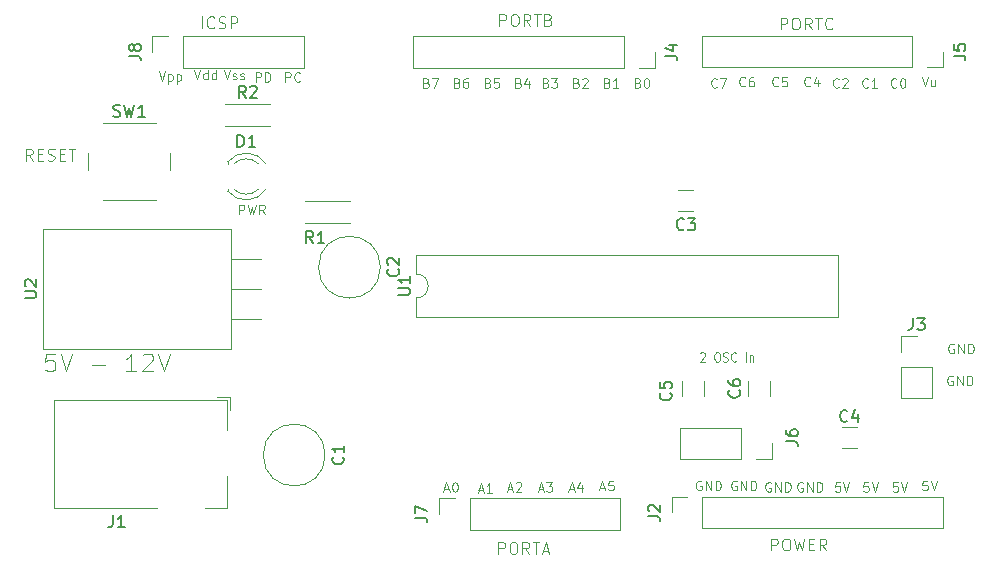
<source format=gbr>
%TF.GenerationSoftware,KiCad,Pcbnew,8.0.5*%
%TF.CreationDate,2025-01-06T05:05:23+01:00*%
%TF.ProjectId,my_Project2,6d795f50-726f-46a6-9563-74322e6b6963,rev?*%
%TF.SameCoordinates,Original*%
%TF.FileFunction,Legend,Top*%
%TF.FilePolarity,Positive*%
%FSLAX46Y46*%
G04 Gerber Fmt 4.6, Leading zero omitted, Abs format (unit mm)*
G04 Created by KiCad (PCBNEW 8.0.5) date 2025-01-06 05:05:23*
%MOMM*%
%LPD*%
G01*
G04 APERTURE LIST*
%ADD10C,0.100000*%
%ADD11C,0.150000*%
%ADD12C,0.120000*%
G04 APERTURE END LIST*
D10*
X72937217Y-68711228D02*
X72222931Y-68711228D01*
X72222931Y-68711228D02*
X72151503Y-69425514D01*
X72151503Y-69425514D02*
X72222931Y-69354085D01*
X72222931Y-69354085D02*
X72365789Y-69282657D01*
X72365789Y-69282657D02*
X72722931Y-69282657D01*
X72722931Y-69282657D02*
X72865789Y-69354085D01*
X72865789Y-69354085D02*
X72937217Y-69425514D01*
X72937217Y-69425514D02*
X73008646Y-69568371D01*
X73008646Y-69568371D02*
X73008646Y-69925514D01*
X73008646Y-69925514D02*
X72937217Y-70068371D01*
X72937217Y-70068371D02*
X72865789Y-70139800D01*
X72865789Y-70139800D02*
X72722931Y-70211228D01*
X72722931Y-70211228D02*
X72365789Y-70211228D01*
X72365789Y-70211228D02*
X72222931Y-70139800D01*
X72222931Y-70139800D02*
X72151503Y-70068371D01*
X73437217Y-68711228D02*
X73937217Y-70211228D01*
X73937217Y-70211228D02*
X74437217Y-68711228D01*
X76080073Y-69639800D02*
X77222931Y-69639800D01*
X79865788Y-70211228D02*
X79008645Y-70211228D01*
X79437216Y-70211228D02*
X79437216Y-68711228D01*
X79437216Y-68711228D02*
X79294359Y-68925514D01*
X79294359Y-68925514D02*
X79151502Y-69068371D01*
X79151502Y-69068371D02*
X79008645Y-69139800D01*
X80437216Y-68854085D02*
X80508644Y-68782657D01*
X80508644Y-68782657D02*
X80651502Y-68711228D01*
X80651502Y-68711228D02*
X81008644Y-68711228D01*
X81008644Y-68711228D02*
X81151502Y-68782657D01*
X81151502Y-68782657D02*
X81222930Y-68854085D01*
X81222930Y-68854085D02*
X81294359Y-68996942D01*
X81294359Y-68996942D02*
X81294359Y-69139800D01*
X81294359Y-69139800D02*
X81222930Y-69354085D01*
X81222930Y-69354085D02*
X80365787Y-70211228D01*
X80365787Y-70211228D02*
X81294359Y-70211228D01*
X81722930Y-68711228D02*
X82222930Y-70211228D01*
X82222930Y-70211228D02*
X82722930Y-68711228D01*
X88556265Y-56896895D02*
X88556265Y-56096895D01*
X88556265Y-56096895D02*
X88861027Y-56096895D01*
X88861027Y-56096895D02*
X88937217Y-56134990D01*
X88937217Y-56134990D02*
X88975312Y-56173085D01*
X88975312Y-56173085D02*
X89013408Y-56249276D01*
X89013408Y-56249276D02*
X89013408Y-56363561D01*
X89013408Y-56363561D02*
X88975312Y-56439752D01*
X88975312Y-56439752D02*
X88937217Y-56477847D01*
X88937217Y-56477847D02*
X88861027Y-56515942D01*
X88861027Y-56515942D02*
X88556265Y-56515942D01*
X89280074Y-56096895D02*
X89470550Y-56896895D01*
X89470550Y-56896895D02*
X89622931Y-56325466D01*
X89622931Y-56325466D02*
X89775312Y-56896895D01*
X89775312Y-56896895D02*
X89965789Y-56096895D01*
X90727694Y-56896895D02*
X90461027Y-56515942D01*
X90270551Y-56896895D02*
X90270551Y-56096895D01*
X90270551Y-56096895D02*
X90575313Y-56096895D01*
X90575313Y-56096895D02*
X90651503Y-56134990D01*
X90651503Y-56134990D02*
X90689598Y-56173085D01*
X90689598Y-56173085D02*
X90727694Y-56249276D01*
X90727694Y-56249276D02*
X90727694Y-56363561D01*
X90727694Y-56363561D02*
X90689598Y-56439752D01*
X90689598Y-56439752D02*
X90651503Y-56477847D01*
X90651503Y-56477847D02*
X90575313Y-56515942D01*
X90575313Y-56515942D02*
X90270551Y-56515942D01*
X148975312Y-70634990D02*
X148899122Y-70596895D01*
X148899122Y-70596895D02*
X148784836Y-70596895D01*
X148784836Y-70596895D02*
X148670550Y-70634990D01*
X148670550Y-70634990D02*
X148594360Y-70711180D01*
X148594360Y-70711180D02*
X148556265Y-70787371D01*
X148556265Y-70787371D02*
X148518169Y-70939752D01*
X148518169Y-70939752D02*
X148518169Y-71054038D01*
X148518169Y-71054038D02*
X148556265Y-71206419D01*
X148556265Y-71206419D02*
X148594360Y-71282609D01*
X148594360Y-71282609D02*
X148670550Y-71358800D01*
X148670550Y-71358800D02*
X148784836Y-71396895D01*
X148784836Y-71396895D02*
X148861027Y-71396895D01*
X148861027Y-71396895D02*
X148975312Y-71358800D01*
X148975312Y-71358800D02*
X149013408Y-71320704D01*
X149013408Y-71320704D02*
X149013408Y-71054038D01*
X149013408Y-71054038D02*
X148861027Y-71054038D01*
X149356265Y-71396895D02*
X149356265Y-70596895D01*
X149356265Y-70596895D02*
X149813408Y-71396895D01*
X149813408Y-71396895D02*
X149813408Y-70596895D01*
X150194360Y-71396895D02*
X150194360Y-70596895D01*
X150194360Y-70596895D02*
X150384836Y-70596895D01*
X150384836Y-70596895D02*
X150499122Y-70634990D01*
X150499122Y-70634990D02*
X150575312Y-70711180D01*
X150575312Y-70711180D02*
X150613407Y-70787371D01*
X150613407Y-70787371D02*
X150651503Y-70939752D01*
X150651503Y-70939752D02*
X150651503Y-71054038D01*
X150651503Y-71054038D02*
X150613407Y-71206419D01*
X150613407Y-71206419D02*
X150575312Y-71282609D01*
X150575312Y-71282609D02*
X150499122Y-71358800D01*
X150499122Y-71358800D02*
X150384836Y-71396895D01*
X150384836Y-71396895D02*
X150194360Y-71396895D01*
X149075312Y-67934990D02*
X148999122Y-67896895D01*
X148999122Y-67896895D02*
X148884836Y-67896895D01*
X148884836Y-67896895D02*
X148770550Y-67934990D01*
X148770550Y-67934990D02*
X148694360Y-68011180D01*
X148694360Y-68011180D02*
X148656265Y-68087371D01*
X148656265Y-68087371D02*
X148618169Y-68239752D01*
X148618169Y-68239752D02*
X148618169Y-68354038D01*
X148618169Y-68354038D02*
X148656265Y-68506419D01*
X148656265Y-68506419D02*
X148694360Y-68582609D01*
X148694360Y-68582609D02*
X148770550Y-68658800D01*
X148770550Y-68658800D02*
X148884836Y-68696895D01*
X148884836Y-68696895D02*
X148961027Y-68696895D01*
X148961027Y-68696895D02*
X149075312Y-68658800D01*
X149075312Y-68658800D02*
X149113408Y-68620704D01*
X149113408Y-68620704D02*
X149113408Y-68354038D01*
X149113408Y-68354038D02*
X148961027Y-68354038D01*
X149456265Y-68696895D02*
X149456265Y-67896895D01*
X149456265Y-67896895D02*
X149913408Y-68696895D01*
X149913408Y-68696895D02*
X149913408Y-67896895D01*
X150294360Y-68696895D02*
X150294360Y-67896895D01*
X150294360Y-67896895D02*
X150484836Y-67896895D01*
X150484836Y-67896895D02*
X150599122Y-67934990D01*
X150599122Y-67934990D02*
X150675312Y-68011180D01*
X150675312Y-68011180D02*
X150713407Y-68087371D01*
X150713407Y-68087371D02*
X150751503Y-68239752D01*
X150751503Y-68239752D02*
X150751503Y-68354038D01*
X150751503Y-68354038D02*
X150713407Y-68506419D01*
X150713407Y-68506419D02*
X150675312Y-68582609D01*
X150675312Y-68582609D02*
X150599122Y-68658800D01*
X150599122Y-68658800D02*
X150484836Y-68696895D01*
X150484836Y-68696895D02*
X150294360Y-68696895D01*
X146341979Y-45296895D02*
X146608646Y-46096895D01*
X146608646Y-46096895D02*
X146875312Y-45296895D01*
X147484836Y-45563561D02*
X147484836Y-46096895D01*
X147141979Y-45563561D02*
X147141979Y-45982609D01*
X147141979Y-45982609D02*
X147180074Y-46058800D01*
X147180074Y-46058800D02*
X147256264Y-46096895D01*
X147256264Y-46096895D02*
X147370550Y-46096895D01*
X147370550Y-46096895D02*
X147446741Y-46058800D01*
X147446741Y-46058800D02*
X147484836Y-46020704D01*
X144213408Y-46120704D02*
X144175312Y-46158800D01*
X144175312Y-46158800D02*
X144061027Y-46196895D01*
X144061027Y-46196895D02*
X143984836Y-46196895D01*
X143984836Y-46196895D02*
X143870550Y-46158800D01*
X143870550Y-46158800D02*
X143794360Y-46082609D01*
X143794360Y-46082609D02*
X143756265Y-46006419D01*
X143756265Y-46006419D02*
X143718169Y-45854038D01*
X143718169Y-45854038D02*
X143718169Y-45739752D01*
X143718169Y-45739752D02*
X143756265Y-45587371D01*
X143756265Y-45587371D02*
X143794360Y-45511180D01*
X143794360Y-45511180D02*
X143870550Y-45434990D01*
X143870550Y-45434990D02*
X143984836Y-45396895D01*
X143984836Y-45396895D02*
X144061027Y-45396895D01*
X144061027Y-45396895D02*
X144175312Y-45434990D01*
X144175312Y-45434990D02*
X144213408Y-45473085D01*
X144708646Y-45396895D02*
X144784836Y-45396895D01*
X144784836Y-45396895D02*
X144861027Y-45434990D01*
X144861027Y-45434990D02*
X144899122Y-45473085D01*
X144899122Y-45473085D02*
X144937217Y-45549276D01*
X144937217Y-45549276D02*
X144975312Y-45701657D01*
X144975312Y-45701657D02*
X144975312Y-45892133D01*
X144975312Y-45892133D02*
X144937217Y-46044514D01*
X144937217Y-46044514D02*
X144899122Y-46120704D01*
X144899122Y-46120704D02*
X144861027Y-46158800D01*
X144861027Y-46158800D02*
X144784836Y-46196895D01*
X144784836Y-46196895D02*
X144708646Y-46196895D01*
X144708646Y-46196895D02*
X144632455Y-46158800D01*
X144632455Y-46158800D02*
X144594360Y-46120704D01*
X144594360Y-46120704D02*
X144556265Y-46044514D01*
X144556265Y-46044514D02*
X144518169Y-45892133D01*
X144518169Y-45892133D02*
X144518169Y-45701657D01*
X144518169Y-45701657D02*
X144556265Y-45549276D01*
X144556265Y-45549276D02*
X144594360Y-45473085D01*
X144594360Y-45473085D02*
X144632455Y-45434990D01*
X144632455Y-45434990D02*
X144708646Y-45396895D01*
X141813408Y-46120704D02*
X141775312Y-46158800D01*
X141775312Y-46158800D02*
X141661027Y-46196895D01*
X141661027Y-46196895D02*
X141584836Y-46196895D01*
X141584836Y-46196895D02*
X141470550Y-46158800D01*
X141470550Y-46158800D02*
X141394360Y-46082609D01*
X141394360Y-46082609D02*
X141356265Y-46006419D01*
X141356265Y-46006419D02*
X141318169Y-45854038D01*
X141318169Y-45854038D02*
X141318169Y-45739752D01*
X141318169Y-45739752D02*
X141356265Y-45587371D01*
X141356265Y-45587371D02*
X141394360Y-45511180D01*
X141394360Y-45511180D02*
X141470550Y-45434990D01*
X141470550Y-45434990D02*
X141584836Y-45396895D01*
X141584836Y-45396895D02*
X141661027Y-45396895D01*
X141661027Y-45396895D02*
X141775312Y-45434990D01*
X141775312Y-45434990D02*
X141813408Y-45473085D01*
X142575312Y-46196895D02*
X142118169Y-46196895D01*
X142346741Y-46196895D02*
X142346741Y-45396895D01*
X142346741Y-45396895D02*
X142270550Y-45511180D01*
X142270550Y-45511180D02*
X142194360Y-45587371D01*
X142194360Y-45587371D02*
X142118169Y-45625466D01*
X139313408Y-46120704D02*
X139275312Y-46158800D01*
X139275312Y-46158800D02*
X139161027Y-46196895D01*
X139161027Y-46196895D02*
X139084836Y-46196895D01*
X139084836Y-46196895D02*
X138970550Y-46158800D01*
X138970550Y-46158800D02*
X138894360Y-46082609D01*
X138894360Y-46082609D02*
X138856265Y-46006419D01*
X138856265Y-46006419D02*
X138818169Y-45854038D01*
X138818169Y-45854038D02*
X138818169Y-45739752D01*
X138818169Y-45739752D02*
X138856265Y-45587371D01*
X138856265Y-45587371D02*
X138894360Y-45511180D01*
X138894360Y-45511180D02*
X138970550Y-45434990D01*
X138970550Y-45434990D02*
X139084836Y-45396895D01*
X139084836Y-45396895D02*
X139161027Y-45396895D01*
X139161027Y-45396895D02*
X139275312Y-45434990D01*
X139275312Y-45434990D02*
X139313408Y-45473085D01*
X139618169Y-45473085D02*
X139656265Y-45434990D01*
X139656265Y-45434990D02*
X139732455Y-45396895D01*
X139732455Y-45396895D02*
X139922931Y-45396895D01*
X139922931Y-45396895D02*
X139999122Y-45434990D01*
X139999122Y-45434990D02*
X140037217Y-45473085D01*
X140037217Y-45473085D02*
X140075312Y-45549276D01*
X140075312Y-45549276D02*
X140075312Y-45625466D01*
X140075312Y-45625466D02*
X140037217Y-45739752D01*
X140037217Y-45739752D02*
X139580074Y-46196895D01*
X139580074Y-46196895D02*
X140075312Y-46196895D01*
X136913408Y-46020704D02*
X136875312Y-46058800D01*
X136875312Y-46058800D02*
X136761027Y-46096895D01*
X136761027Y-46096895D02*
X136684836Y-46096895D01*
X136684836Y-46096895D02*
X136570550Y-46058800D01*
X136570550Y-46058800D02*
X136494360Y-45982609D01*
X136494360Y-45982609D02*
X136456265Y-45906419D01*
X136456265Y-45906419D02*
X136418169Y-45754038D01*
X136418169Y-45754038D02*
X136418169Y-45639752D01*
X136418169Y-45639752D02*
X136456265Y-45487371D01*
X136456265Y-45487371D02*
X136494360Y-45411180D01*
X136494360Y-45411180D02*
X136570550Y-45334990D01*
X136570550Y-45334990D02*
X136684836Y-45296895D01*
X136684836Y-45296895D02*
X136761027Y-45296895D01*
X136761027Y-45296895D02*
X136875312Y-45334990D01*
X136875312Y-45334990D02*
X136913408Y-45373085D01*
X137599122Y-45563561D02*
X137599122Y-46096895D01*
X137408646Y-45258800D02*
X137218169Y-45830228D01*
X137218169Y-45830228D02*
X137713408Y-45830228D01*
X134213408Y-46020704D02*
X134175312Y-46058800D01*
X134175312Y-46058800D02*
X134061027Y-46096895D01*
X134061027Y-46096895D02*
X133984836Y-46096895D01*
X133984836Y-46096895D02*
X133870550Y-46058800D01*
X133870550Y-46058800D02*
X133794360Y-45982609D01*
X133794360Y-45982609D02*
X133756265Y-45906419D01*
X133756265Y-45906419D02*
X133718169Y-45754038D01*
X133718169Y-45754038D02*
X133718169Y-45639752D01*
X133718169Y-45639752D02*
X133756265Y-45487371D01*
X133756265Y-45487371D02*
X133794360Y-45411180D01*
X133794360Y-45411180D02*
X133870550Y-45334990D01*
X133870550Y-45334990D02*
X133984836Y-45296895D01*
X133984836Y-45296895D02*
X134061027Y-45296895D01*
X134061027Y-45296895D02*
X134175312Y-45334990D01*
X134175312Y-45334990D02*
X134213408Y-45373085D01*
X134937217Y-45296895D02*
X134556265Y-45296895D01*
X134556265Y-45296895D02*
X134518169Y-45677847D01*
X134518169Y-45677847D02*
X134556265Y-45639752D01*
X134556265Y-45639752D02*
X134632455Y-45601657D01*
X134632455Y-45601657D02*
X134822931Y-45601657D01*
X134822931Y-45601657D02*
X134899122Y-45639752D01*
X134899122Y-45639752D02*
X134937217Y-45677847D01*
X134937217Y-45677847D02*
X134975312Y-45754038D01*
X134975312Y-45754038D02*
X134975312Y-45944514D01*
X134975312Y-45944514D02*
X134937217Y-46020704D01*
X134937217Y-46020704D02*
X134899122Y-46058800D01*
X134899122Y-46058800D02*
X134822931Y-46096895D01*
X134822931Y-46096895D02*
X134632455Y-46096895D01*
X134632455Y-46096895D02*
X134556265Y-46058800D01*
X134556265Y-46058800D02*
X134518169Y-46020704D01*
X131413408Y-46020704D02*
X131375312Y-46058800D01*
X131375312Y-46058800D02*
X131261027Y-46096895D01*
X131261027Y-46096895D02*
X131184836Y-46096895D01*
X131184836Y-46096895D02*
X131070550Y-46058800D01*
X131070550Y-46058800D02*
X130994360Y-45982609D01*
X130994360Y-45982609D02*
X130956265Y-45906419D01*
X130956265Y-45906419D02*
X130918169Y-45754038D01*
X130918169Y-45754038D02*
X130918169Y-45639752D01*
X130918169Y-45639752D02*
X130956265Y-45487371D01*
X130956265Y-45487371D02*
X130994360Y-45411180D01*
X130994360Y-45411180D02*
X131070550Y-45334990D01*
X131070550Y-45334990D02*
X131184836Y-45296895D01*
X131184836Y-45296895D02*
X131261027Y-45296895D01*
X131261027Y-45296895D02*
X131375312Y-45334990D01*
X131375312Y-45334990D02*
X131413408Y-45373085D01*
X132099122Y-45296895D02*
X131946741Y-45296895D01*
X131946741Y-45296895D02*
X131870550Y-45334990D01*
X131870550Y-45334990D02*
X131832455Y-45373085D01*
X131832455Y-45373085D02*
X131756265Y-45487371D01*
X131756265Y-45487371D02*
X131718169Y-45639752D01*
X131718169Y-45639752D02*
X131718169Y-45944514D01*
X131718169Y-45944514D02*
X131756265Y-46020704D01*
X131756265Y-46020704D02*
X131794360Y-46058800D01*
X131794360Y-46058800D02*
X131870550Y-46096895D01*
X131870550Y-46096895D02*
X132022931Y-46096895D01*
X132022931Y-46096895D02*
X132099122Y-46058800D01*
X132099122Y-46058800D02*
X132137217Y-46020704D01*
X132137217Y-46020704D02*
X132175312Y-45944514D01*
X132175312Y-45944514D02*
X132175312Y-45754038D01*
X132175312Y-45754038D02*
X132137217Y-45677847D01*
X132137217Y-45677847D02*
X132099122Y-45639752D01*
X132099122Y-45639752D02*
X132022931Y-45601657D01*
X132022931Y-45601657D02*
X131870550Y-45601657D01*
X131870550Y-45601657D02*
X131794360Y-45639752D01*
X131794360Y-45639752D02*
X131756265Y-45677847D01*
X131756265Y-45677847D02*
X131718169Y-45754038D01*
X129013408Y-46120704D02*
X128975312Y-46158800D01*
X128975312Y-46158800D02*
X128861027Y-46196895D01*
X128861027Y-46196895D02*
X128784836Y-46196895D01*
X128784836Y-46196895D02*
X128670550Y-46158800D01*
X128670550Y-46158800D02*
X128594360Y-46082609D01*
X128594360Y-46082609D02*
X128556265Y-46006419D01*
X128556265Y-46006419D02*
X128518169Y-45854038D01*
X128518169Y-45854038D02*
X128518169Y-45739752D01*
X128518169Y-45739752D02*
X128556265Y-45587371D01*
X128556265Y-45587371D02*
X128594360Y-45511180D01*
X128594360Y-45511180D02*
X128670550Y-45434990D01*
X128670550Y-45434990D02*
X128784836Y-45396895D01*
X128784836Y-45396895D02*
X128861027Y-45396895D01*
X128861027Y-45396895D02*
X128975312Y-45434990D01*
X128975312Y-45434990D02*
X129013408Y-45473085D01*
X129280074Y-45396895D02*
X129813408Y-45396895D01*
X129813408Y-45396895D02*
X129470550Y-46196895D01*
X122322931Y-45777847D02*
X122437217Y-45815942D01*
X122437217Y-45815942D02*
X122475312Y-45854038D01*
X122475312Y-45854038D02*
X122513408Y-45930228D01*
X122513408Y-45930228D02*
X122513408Y-46044514D01*
X122513408Y-46044514D02*
X122475312Y-46120704D01*
X122475312Y-46120704D02*
X122437217Y-46158800D01*
X122437217Y-46158800D02*
X122361027Y-46196895D01*
X122361027Y-46196895D02*
X122056265Y-46196895D01*
X122056265Y-46196895D02*
X122056265Y-45396895D01*
X122056265Y-45396895D02*
X122322931Y-45396895D01*
X122322931Y-45396895D02*
X122399122Y-45434990D01*
X122399122Y-45434990D02*
X122437217Y-45473085D01*
X122437217Y-45473085D02*
X122475312Y-45549276D01*
X122475312Y-45549276D02*
X122475312Y-45625466D01*
X122475312Y-45625466D02*
X122437217Y-45701657D01*
X122437217Y-45701657D02*
X122399122Y-45739752D01*
X122399122Y-45739752D02*
X122322931Y-45777847D01*
X122322931Y-45777847D02*
X122056265Y-45777847D01*
X123008646Y-45396895D02*
X123084836Y-45396895D01*
X123084836Y-45396895D02*
X123161027Y-45434990D01*
X123161027Y-45434990D02*
X123199122Y-45473085D01*
X123199122Y-45473085D02*
X123237217Y-45549276D01*
X123237217Y-45549276D02*
X123275312Y-45701657D01*
X123275312Y-45701657D02*
X123275312Y-45892133D01*
X123275312Y-45892133D02*
X123237217Y-46044514D01*
X123237217Y-46044514D02*
X123199122Y-46120704D01*
X123199122Y-46120704D02*
X123161027Y-46158800D01*
X123161027Y-46158800D02*
X123084836Y-46196895D01*
X123084836Y-46196895D02*
X123008646Y-46196895D01*
X123008646Y-46196895D02*
X122932455Y-46158800D01*
X122932455Y-46158800D02*
X122894360Y-46120704D01*
X122894360Y-46120704D02*
X122856265Y-46044514D01*
X122856265Y-46044514D02*
X122818169Y-45892133D01*
X122818169Y-45892133D02*
X122818169Y-45701657D01*
X122818169Y-45701657D02*
X122856265Y-45549276D01*
X122856265Y-45549276D02*
X122894360Y-45473085D01*
X122894360Y-45473085D02*
X122932455Y-45434990D01*
X122932455Y-45434990D02*
X123008646Y-45396895D01*
X119722931Y-45777847D02*
X119837217Y-45815942D01*
X119837217Y-45815942D02*
X119875312Y-45854038D01*
X119875312Y-45854038D02*
X119913408Y-45930228D01*
X119913408Y-45930228D02*
X119913408Y-46044514D01*
X119913408Y-46044514D02*
X119875312Y-46120704D01*
X119875312Y-46120704D02*
X119837217Y-46158800D01*
X119837217Y-46158800D02*
X119761027Y-46196895D01*
X119761027Y-46196895D02*
X119456265Y-46196895D01*
X119456265Y-46196895D02*
X119456265Y-45396895D01*
X119456265Y-45396895D02*
X119722931Y-45396895D01*
X119722931Y-45396895D02*
X119799122Y-45434990D01*
X119799122Y-45434990D02*
X119837217Y-45473085D01*
X119837217Y-45473085D02*
X119875312Y-45549276D01*
X119875312Y-45549276D02*
X119875312Y-45625466D01*
X119875312Y-45625466D02*
X119837217Y-45701657D01*
X119837217Y-45701657D02*
X119799122Y-45739752D01*
X119799122Y-45739752D02*
X119722931Y-45777847D01*
X119722931Y-45777847D02*
X119456265Y-45777847D01*
X120675312Y-46196895D02*
X120218169Y-46196895D01*
X120446741Y-46196895D02*
X120446741Y-45396895D01*
X120446741Y-45396895D02*
X120370550Y-45511180D01*
X120370550Y-45511180D02*
X120294360Y-45587371D01*
X120294360Y-45587371D02*
X120218169Y-45625466D01*
X117122931Y-45777847D02*
X117237217Y-45815942D01*
X117237217Y-45815942D02*
X117275312Y-45854038D01*
X117275312Y-45854038D02*
X117313408Y-45930228D01*
X117313408Y-45930228D02*
X117313408Y-46044514D01*
X117313408Y-46044514D02*
X117275312Y-46120704D01*
X117275312Y-46120704D02*
X117237217Y-46158800D01*
X117237217Y-46158800D02*
X117161027Y-46196895D01*
X117161027Y-46196895D02*
X116856265Y-46196895D01*
X116856265Y-46196895D02*
X116856265Y-45396895D01*
X116856265Y-45396895D02*
X117122931Y-45396895D01*
X117122931Y-45396895D02*
X117199122Y-45434990D01*
X117199122Y-45434990D02*
X117237217Y-45473085D01*
X117237217Y-45473085D02*
X117275312Y-45549276D01*
X117275312Y-45549276D02*
X117275312Y-45625466D01*
X117275312Y-45625466D02*
X117237217Y-45701657D01*
X117237217Y-45701657D02*
X117199122Y-45739752D01*
X117199122Y-45739752D02*
X117122931Y-45777847D01*
X117122931Y-45777847D02*
X116856265Y-45777847D01*
X117618169Y-45473085D02*
X117656265Y-45434990D01*
X117656265Y-45434990D02*
X117732455Y-45396895D01*
X117732455Y-45396895D02*
X117922931Y-45396895D01*
X117922931Y-45396895D02*
X117999122Y-45434990D01*
X117999122Y-45434990D02*
X118037217Y-45473085D01*
X118037217Y-45473085D02*
X118075312Y-45549276D01*
X118075312Y-45549276D02*
X118075312Y-45625466D01*
X118075312Y-45625466D02*
X118037217Y-45739752D01*
X118037217Y-45739752D02*
X117580074Y-46196895D01*
X117580074Y-46196895D02*
X118075312Y-46196895D01*
X114522931Y-45777847D02*
X114637217Y-45815942D01*
X114637217Y-45815942D02*
X114675312Y-45854038D01*
X114675312Y-45854038D02*
X114713408Y-45930228D01*
X114713408Y-45930228D02*
X114713408Y-46044514D01*
X114713408Y-46044514D02*
X114675312Y-46120704D01*
X114675312Y-46120704D02*
X114637217Y-46158800D01*
X114637217Y-46158800D02*
X114561027Y-46196895D01*
X114561027Y-46196895D02*
X114256265Y-46196895D01*
X114256265Y-46196895D02*
X114256265Y-45396895D01*
X114256265Y-45396895D02*
X114522931Y-45396895D01*
X114522931Y-45396895D02*
X114599122Y-45434990D01*
X114599122Y-45434990D02*
X114637217Y-45473085D01*
X114637217Y-45473085D02*
X114675312Y-45549276D01*
X114675312Y-45549276D02*
X114675312Y-45625466D01*
X114675312Y-45625466D02*
X114637217Y-45701657D01*
X114637217Y-45701657D02*
X114599122Y-45739752D01*
X114599122Y-45739752D02*
X114522931Y-45777847D01*
X114522931Y-45777847D02*
X114256265Y-45777847D01*
X114980074Y-45396895D02*
X115475312Y-45396895D01*
X115475312Y-45396895D02*
X115208646Y-45701657D01*
X115208646Y-45701657D02*
X115322931Y-45701657D01*
X115322931Y-45701657D02*
X115399122Y-45739752D01*
X115399122Y-45739752D02*
X115437217Y-45777847D01*
X115437217Y-45777847D02*
X115475312Y-45854038D01*
X115475312Y-45854038D02*
X115475312Y-46044514D01*
X115475312Y-46044514D02*
X115437217Y-46120704D01*
X115437217Y-46120704D02*
X115399122Y-46158800D01*
X115399122Y-46158800D02*
X115322931Y-46196895D01*
X115322931Y-46196895D02*
X115094360Y-46196895D01*
X115094360Y-46196895D02*
X115018169Y-46158800D01*
X115018169Y-46158800D02*
X114980074Y-46120704D01*
X112222931Y-45777847D02*
X112337217Y-45815942D01*
X112337217Y-45815942D02*
X112375312Y-45854038D01*
X112375312Y-45854038D02*
X112413408Y-45930228D01*
X112413408Y-45930228D02*
X112413408Y-46044514D01*
X112413408Y-46044514D02*
X112375312Y-46120704D01*
X112375312Y-46120704D02*
X112337217Y-46158800D01*
X112337217Y-46158800D02*
X112261027Y-46196895D01*
X112261027Y-46196895D02*
X111956265Y-46196895D01*
X111956265Y-46196895D02*
X111956265Y-45396895D01*
X111956265Y-45396895D02*
X112222931Y-45396895D01*
X112222931Y-45396895D02*
X112299122Y-45434990D01*
X112299122Y-45434990D02*
X112337217Y-45473085D01*
X112337217Y-45473085D02*
X112375312Y-45549276D01*
X112375312Y-45549276D02*
X112375312Y-45625466D01*
X112375312Y-45625466D02*
X112337217Y-45701657D01*
X112337217Y-45701657D02*
X112299122Y-45739752D01*
X112299122Y-45739752D02*
X112222931Y-45777847D01*
X112222931Y-45777847D02*
X111956265Y-45777847D01*
X113099122Y-45663561D02*
X113099122Y-46196895D01*
X112908646Y-45358800D02*
X112718169Y-45930228D01*
X112718169Y-45930228D02*
X113213408Y-45930228D01*
X109622931Y-45777847D02*
X109737217Y-45815942D01*
X109737217Y-45815942D02*
X109775312Y-45854038D01*
X109775312Y-45854038D02*
X109813408Y-45930228D01*
X109813408Y-45930228D02*
X109813408Y-46044514D01*
X109813408Y-46044514D02*
X109775312Y-46120704D01*
X109775312Y-46120704D02*
X109737217Y-46158800D01*
X109737217Y-46158800D02*
X109661027Y-46196895D01*
X109661027Y-46196895D02*
X109356265Y-46196895D01*
X109356265Y-46196895D02*
X109356265Y-45396895D01*
X109356265Y-45396895D02*
X109622931Y-45396895D01*
X109622931Y-45396895D02*
X109699122Y-45434990D01*
X109699122Y-45434990D02*
X109737217Y-45473085D01*
X109737217Y-45473085D02*
X109775312Y-45549276D01*
X109775312Y-45549276D02*
X109775312Y-45625466D01*
X109775312Y-45625466D02*
X109737217Y-45701657D01*
X109737217Y-45701657D02*
X109699122Y-45739752D01*
X109699122Y-45739752D02*
X109622931Y-45777847D01*
X109622931Y-45777847D02*
X109356265Y-45777847D01*
X110537217Y-45396895D02*
X110156265Y-45396895D01*
X110156265Y-45396895D02*
X110118169Y-45777847D01*
X110118169Y-45777847D02*
X110156265Y-45739752D01*
X110156265Y-45739752D02*
X110232455Y-45701657D01*
X110232455Y-45701657D02*
X110422931Y-45701657D01*
X110422931Y-45701657D02*
X110499122Y-45739752D01*
X110499122Y-45739752D02*
X110537217Y-45777847D01*
X110537217Y-45777847D02*
X110575312Y-45854038D01*
X110575312Y-45854038D02*
X110575312Y-46044514D01*
X110575312Y-46044514D02*
X110537217Y-46120704D01*
X110537217Y-46120704D02*
X110499122Y-46158800D01*
X110499122Y-46158800D02*
X110422931Y-46196895D01*
X110422931Y-46196895D02*
X110232455Y-46196895D01*
X110232455Y-46196895D02*
X110156265Y-46158800D01*
X110156265Y-46158800D02*
X110118169Y-46120704D01*
X107022931Y-45777847D02*
X107137217Y-45815942D01*
X107137217Y-45815942D02*
X107175312Y-45854038D01*
X107175312Y-45854038D02*
X107213408Y-45930228D01*
X107213408Y-45930228D02*
X107213408Y-46044514D01*
X107213408Y-46044514D02*
X107175312Y-46120704D01*
X107175312Y-46120704D02*
X107137217Y-46158800D01*
X107137217Y-46158800D02*
X107061027Y-46196895D01*
X107061027Y-46196895D02*
X106756265Y-46196895D01*
X106756265Y-46196895D02*
X106756265Y-45396895D01*
X106756265Y-45396895D02*
X107022931Y-45396895D01*
X107022931Y-45396895D02*
X107099122Y-45434990D01*
X107099122Y-45434990D02*
X107137217Y-45473085D01*
X107137217Y-45473085D02*
X107175312Y-45549276D01*
X107175312Y-45549276D02*
X107175312Y-45625466D01*
X107175312Y-45625466D02*
X107137217Y-45701657D01*
X107137217Y-45701657D02*
X107099122Y-45739752D01*
X107099122Y-45739752D02*
X107022931Y-45777847D01*
X107022931Y-45777847D02*
X106756265Y-45777847D01*
X107899122Y-45396895D02*
X107746741Y-45396895D01*
X107746741Y-45396895D02*
X107670550Y-45434990D01*
X107670550Y-45434990D02*
X107632455Y-45473085D01*
X107632455Y-45473085D02*
X107556265Y-45587371D01*
X107556265Y-45587371D02*
X107518169Y-45739752D01*
X107518169Y-45739752D02*
X107518169Y-46044514D01*
X107518169Y-46044514D02*
X107556265Y-46120704D01*
X107556265Y-46120704D02*
X107594360Y-46158800D01*
X107594360Y-46158800D02*
X107670550Y-46196895D01*
X107670550Y-46196895D02*
X107822931Y-46196895D01*
X107822931Y-46196895D02*
X107899122Y-46158800D01*
X107899122Y-46158800D02*
X107937217Y-46120704D01*
X107937217Y-46120704D02*
X107975312Y-46044514D01*
X107975312Y-46044514D02*
X107975312Y-45854038D01*
X107975312Y-45854038D02*
X107937217Y-45777847D01*
X107937217Y-45777847D02*
X107899122Y-45739752D01*
X107899122Y-45739752D02*
X107822931Y-45701657D01*
X107822931Y-45701657D02*
X107670550Y-45701657D01*
X107670550Y-45701657D02*
X107594360Y-45739752D01*
X107594360Y-45739752D02*
X107556265Y-45777847D01*
X107556265Y-45777847D02*
X107518169Y-45854038D01*
X104422931Y-45777847D02*
X104537217Y-45815942D01*
X104537217Y-45815942D02*
X104575312Y-45854038D01*
X104575312Y-45854038D02*
X104613408Y-45930228D01*
X104613408Y-45930228D02*
X104613408Y-46044514D01*
X104613408Y-46044514D02*
X104575312Y-46120704D01*
X104575312Y-46120704D02*
X104537217Y-46158800D01*
X104537217Y-46158800D02*
X104461027Y-46196895D01*
X104461027Y-46196895D02*
X104156265Y-46196895D01*
X104156265Y-46196895D02*
X104156265Y-45396895D01*
X104156265Y-45396895D02*
X104422931Y-45396895D01*
X104422931Y-45396895D02*
X104499122Y-45434990D01*
X104499122Y-45434990D02*
X104537217Y-45473085D01*
X104537217Y-45473085D02*
X104575312Y-45549276D01*
X104575312Y-45549276D02*
X104575312Y-45625466D01*
X104575312Y-45625466D02*
X104537217Y-45701657D01*
X104537217Y-45701657D02*
X104499122Y-45739752D01*
X104499122Y-45739752D02*
X104422931Y-45777847D01*
X104422931Y-45777847D02*
X104156265Y-45777847D01*
X104880074Y-45396895D02*
X105413408Y-45396895D01*
X105413408Y-45396895D02*
X105070550Y-46196895D01*
X81741979Y-44796895D02*
X82008646Y-45596895D01*
X82008646Y-45596895D02*
X82275312Y-44796895D01*
X82541979Y-45063561D02*
X82541979Y-45863561D01*
X82541979Y-45101657D02*
X82618169Y-45063561D01*
X82618169Y-45063561D02*
X82770550Y-45063561D01*
X82770550Y-45063561D02*
X82846741Y-45101657D01*
X82846741Y-45101657D02*
X82884836Y-45139752D01*
X82884836Y-45139752D02*
X82922931Y-45215942D01*
X82922931Y-45215942D02*
X82922931Y-45444514D01*
X82922931Y-45444514D02*
X82884836Y-45520704D01*
X82884836Y-45520704D02*
X82846741Y-45558800D01*
X82846741Y-45558800D02*
X82770550Y-45596895D01*
X82770550Y-45596895D02*
X82618169Y-45596895D01*
X82618169Y-45596895D02*
X82541979Y-45558800D01*
X83265789Y-45063561D02*
X83265789Y-45863561D01*
X83265789Y-45101657D02*
X83341979Y-45063561D01*
X83341979Y-45063561D02*
X83494360Y-45063561D01*
X83494360Y-45063561D02*
X83570551Y-45101657D01*
X83570551Y-45101657D02*
X83608646Y-45139752D01*
X83608646Y-45139752D02*
X83646741Y-45215942D01*
X83646741Y-45215942D02*
X83646741Y-45444514D01*
X83646741Y-45444514D02*
X83608646Y-45520704D01*
X83608646Y-45520704D02*
X83570551Y-45558800D01*
X83570551Y-45558800D02*
X83494360Y-45596895D01*
X83494360Y-45596895D02*
X83341979Y-45596895D01*
X83341979Y-45596895D02*
X83265789Y-45558800D01*
X84741979Y-44696895D02*
X85008646Y-45496895D01*
X85008646Y-45496895D02*
X85275312Y-44696895D01*
X85884836Y-45496895D02*
X85884836Y-44696895D01*
X85884836Y-45458800D02*
X85808645Y-45496895D01*
X85808645Y-45496895D02*
X85656264Y-45496895D01*
X85656264Y-45496895D02*
X85580074Y-45458800D01*
X85580074Y-45458800D02*
X85541979Y-45420704D01*
X85541979Y-45420704D02*
X85503883Y-45344514D01*
X85503883Y-45344514D02*
X85503883Y-45115942D01*
X85503883Y-45115942D02*
X85541979Y-45039752D01*
X85541979Y-45039752D02*
X85580074Y-45001657D01*
X85580074Y-45001657D02*
X85656264Y-44963561D01*
X85656264Y-44963561D02*
X85808645Y-44963561D01*
X85808645Y-44963561D02*
X85884836Y-45001657D01*
X86608646Y-45496895D02*
X86608646Y-44696895D01*
X86608646Y-45458800D02*
X86532455Y-45496895D01*
X86532455Y-45496895D02*
X86380074Y-45496895D01*
X86380074Y-45496895D02*
X86303884Y-45458800D01*
X86303884Y-45458800D02*
X86265789Y-45420704D01*
X86265789Y-45420704D02*
X86227693Y-45344514D01*
X86227693Y-45344514D02*
X86227693Y-45115942D01*
X86227693Y-45115942D02*
X86265789Y-45039752D01*
X86265789Y-45039752D02*
X86303884Y-45001657D01*
X86303884Y-45001657D02*
X86380074Y-44963561D01*
X86380074Y-44963561D02*
X86532455Y-44963561D01*
X86532455Y-44963561D02*
X86608646Y-45001657D01*
X87241979Y-44696895D02*
X87508646Y-45496895D01*
X87508646Y-45496895D02*
X87775312Y-44696895D01*
X88003883Y-45458800D02*
X88080074Y-45496895D01*
X88080074Y-45496895D02*
X88232455Y-45496895D01*
X88232455Y-45496895D02*
X88308645Y-45458800D01*
X88308645Y-45458800D02*
X88346741Y-45382609D01*
X88346741Y-45382609D02*
X88346741Y-45344514D01*
X88346741Y-45344514D02*
X88308645Y-45268323D01*
X88308645Y-45268323D02*
X88232455Y-45230228D01*
X88232455Y-45230228D02*
X88118169Y-45230228D01*
X88118169Y-45230228D02*
X88041979Y-45192133D01*
X88041979Y-45192133D02*
X88003883Y-45115942D01*
X88003883Y-45115942D02*
X88003883Y-45077847D01*
X88003883Y-45077847D02*
X88041979Y-45001657D01*
X88041979Y-45001657D02*
X88118169Y-44963561D01*
X88118169Y-44963561D02*
X88232455Y-44963561D01*
X88232455Y-44963561D02*
X88308645Y-45001657D01*
X88651502Y-45458800D02*
X88727693Y-45496895D01*
X88727693Y-45496895D02*
X88880074Y-45496895D01*
X88880074Y-45496895D02*
X88956264Y-45458800D01*
X88956264Y-45458800D02*
X88994360Y-45382609D01*
X88994360Y-45382609D02*
X88994360Y-45344514D01*
X88994360Y-45344514D02*
X88956264Y-45268323D01*
X88956264Y-45268323D02*
X88880074Y-45230228D01*
X88880074Y-45230228D02*
X88765788Y-45230228D01*
X88765788Y-45230228D02*
X88689598Y-45192133D01*
X88689598Y-45192133D02*
X88651502Y-45115942D01*
X88651502Y-45115942D02*
X88651502Y-45077847D01*
X88651502Y-45077847D02*
X88689598Y-45001657D01*
X88689598Y-45001657D02*
X88765788Y-44963561D01*
X88765788Y-44963561D02*
X88880074Y-44963561D01*
X88880074Y-44963561D02*
X88956264Y-45001657D01*
X89956265Y-45696895D02*
X89956265Y-44896895D01*
X89956265Y-44896895D02*
X90261027Y-44896895D01*
X90261027Y-44896895D02*
X90337217Y-44934990D01*
X90337217Y-44934990D02*
X90375312Y-44973085D01*
X90375312Y-44973085D02*
X90413408Y-45049276D01*
X90413408Y-45049276D02*
X90413408Y-45163561D01*
X90413408Y-45163561D02*
X90375312Y-45239752D01*
X90375312Y-45239752D02*
X90337217Y-45277847D01*
X90337217Y-45277847D02*
X90261027Y-45315942D01*
X90261027Y-45315942D02*
X89956265Y-45315942D01*
X90756265Y-45696895D02*
X90756265Y-44896895D01*
X90756265Y-44896895D02*
X90946741Y-44896895D01*
X90946741Y-44896895D02*
X91061027Y-44934990D01*
X91061027Y-44934990D02*
X91137217Y-45011180D01*
X91137217Y-45011180D02*
X91175312Y-45087371D01*
X91175312Y-45087371D02*
X91213408Y-45239752D01*
X91213408Y-45239752D02*
X91213408Y-45354038D01*
X91213408Y-45354038D02*
X91175312Y-45506419D01*
X91175312Y-45506419D02*
X91137217Y-45582609D01*
X91137217Y-45582609D02*
X91061027Y-45658800D01*
X91061027Y-45658800D02*
X90946741Y-45696895D01*
X90946741Y-45696895D02*
X90756265Y-45696895D01*
X92456265Y-45696895D02*
X92456265Y-44896895D01*
X92456265Y-44896895D02*
X92761027Y-44896895D01*
X92761027Y-44896895D02*
X92837217Y-44934990D01*
X92837217Y-44934990D02*
X92875312Y-44973085D01*
X92875312Y-44973085D02*
X92913408Y-45049276D01*
X92913408Y-45049276D02*
X92913408Y-45163561D01*
X92913408Y-45163561D02*
X92875312Y-45239752D01*
X92875312Y-45239752D02*
X92837217Y-45277847D01*
X92837217Y-45277847D02*
X92761027Y-45315942D01*
X92761027Y-45315942D02*
X92456265Y-45315942D01*
X93713408Y-45620704D02*
X93675312Y-45658800D01*
X93675312Y-45658800D02*
X93561027Y-45696895D01*
X93561027Y-45696895D02*
X93484836Y-45696895D01*
X93484836Y-45696895D02*
X93370550Y-45658800D01*
X93370550Y-45658800D02*
X93294360Y-45582609D01*
X93294360Y-45582609D02*
X93256265Y-45506419D01*
X93256265Y-45506419D02*
X93218169Y-45354038D01*
X93218169Y-45354038D02*
X93218169Y-45239752D01*
X93218169Y-45239752D02*
X93256265Y-45087371D01*
X93256265Y-45087371D02*
X93294360Y-45011180D01*
X93294360Y-45011180D02*
X93370550Y-44934990D01*
X93370550Y-44934990D02*
X93484836Y-44896895D01*
X93484836Y-44896895D02*
X93561027Y-44896895D01*
X93561027Y-44896895D02*
X93675312Y-44934990D01*
X93675312Y-44934990D02*
X93713408Y-44973085D01*
X105918169Y-80168323D02*
X106299122Y-80168323D01*
X105841979Y-80396895D02*
X106108646Y-79596895D01*
X106108646Y-79596895D02*
X106375312Y-80396895D01*
X106794360Y-79596895D02*
X106870550Y-79596895D01*
X106870550Y-79596895D02*
X106946741Y-79634990D01*
X106946741Y-79634990D02*
X106984836Y-79673085D01*
X106984836Y-79673085D02*
X107022931Y-79749276D01*
X107022931Y-79749276D02*
X107061026Y-79901657D01*
X107061026Y-79901657D02*
X107061026Y-80092133D01*
X107061026Y-80092133D02*
X107022931Y-80244514D01*
X107022931Y-80244514D02*
X106984836Y-80320704D01*
X106984836Y-80320704D02*
X106946741Y-80358800D01*
X106946741Y-80358800D02*
X106870550Y-80396895D01*
X106870550Y-80396895D02*
X106794360Y-80396895D01*
X106794360Y-80396895D02*
X106718169Y-80358800D01*
X106718169Y-80358800D02*
X106680074Y-80320704D01*
X106680074Y-80320704D02*
X106641979Y-80244514D01*
X106641979Y-80244514D02*
X106603883Y-80092133D01*
X106603883Y-80092133D02*
X106603883Y-79901657D01*
X106603883Y-79901657D02*
X106641979Y-79749276D01*
X106641979Y-79749276D02*
X106680074Y-79673085D01*
X106680074Y-79673085D02*
X106718169Y-79634990D01*
X106718169Y-79634990D02*
X106794360Y-79596895D01*
X108818169Y-80268323D02*
X109199122Y-80268323D01*
X108741979Y-80496895D02*
X109008646Y-79696895D01*
X109008646Y-79696895D02*
X109275312Y-80496895D01*
X109961026Y-80496895D02*
X109503883Y-80496895D01*
X109732455Y-80496895D02*
X109732455Y-79696895D01*
X109732455Y-79696895D02*
X109656264Y-79811180D01*
X109656264Y-79811180D02*
X109580074Y-79887371D01*
X109580074Y-79887371D02*
X109503883Y-79925466D01*
X111318169Y-80168323D02*
X111699122Y-80168323D01*
X111241979Y-80396895D02*
X111508646Y-79596895D01*
X111508646Y-79596895D02*
X111775312Y-80396895D01*
X112003883Y-79673085D02*
X112041979Y-79634990D01*
X112041979Y-79634990D02*
X112118169Y-79596895D01*
X112118169Y-79596895D02*
X112308645Y-79596895D01*
X112308645Y-79596895D02*
X112384836Y-79634990D01*
X112384836Y-79634990D02*
X112422931Y-79673085D01*
X112422931Y-79673085D02*
X112461026Y-79749276D01*
X112461026Y-79749276D02*
X112461026Y-79825466D01*
X112461026Y-79825466D02*
X112422931Y-79939752D01*
X112422931Y-79939752D02*
X111965788Y-80396895D01*
X111965788Y-80396895D02*
X112461026Y-80396895D01*
X113918169Y-80168323D02*
X114299122Y-80168323D01*
X113841979Y-80396895D02*
X114108646Y-79596895D01*
X114108646Y-79596895D02*
X114375312Y-80396895D01*
X114565788Y-79596895D02*
X115061026Y-79596895D01*
X115061026Y-79596895D02*
X114794360Y-79901657D01*
X114794360Y-79901657D02*
X114908645Y-79901657D01*
X114908645Y-79901657D02*
X114984836Y-79939752D01*
X114984836Y-79939752D02*
X115022931Y-79977847D01*
X115022931Y-79977847D02*
X115061026Y-80054038D01*
X115061026Y-80054038D02*
X115061026Y-80244514D01*
X115061026Y-80244514D02*
X115022931Y-80320704D01*
X115022931Y-80320704D02*
X114984836Y-80358800D01*
X114984836Y-80358800D02*
X114908645Y-80396895D01*
X114908645Y-80396895D02*
X114680074Y-80396895D01*
X114680074Y-80396895D02*
X114603883Y-80358800D01*
X114603883Y-80358800D02*
X114565788Y-80320704D01*
X116518169Y-80168323D02*
X116899122Y-80168323D01*
X116441979Y-80396895D02*
X116708646Y-79596895D01*
X116708646Y-79596895D02*
X116975312Y-80396895D01*
X117584836Y-79863561D02*
X117584836Y-80396895D01*
X117394360Y-79558800D02*
X117203883Y-80130228D01*
X117203883Y-80130228D02*
X117699122Y-80130228D01*
X119118169Y-80068323D02*
X119499122Y-80068323D01*
X119041979Y-80296895D02*
X119308646Y-79496895D01*
X119308646Y-79496895D02*
X119575312Y-80296895D01*
X120222931Y-79496895D02*
X119841979Y-79496895D01*
X119841979Y-79496895D02*
X119803883Y-79877847D01*
X119803883Y-79877847D02*
X119841979Y-79839752D01*
X119841979Y-79839752D02*
X119918169Y-79801657D01*
X119918169Y-79801657D02*
X120108645Y-79801657D01*
X120108645Y-79801657D02*
X120184836Y-79839752D01*
X120184836Y-79839752D02*
X120222931Y-79877847D01*
X120222931Y-79877847D02*
X120261026Y-79954038D01*
X120261026Y-79954038D02*
X120261026Y-80144514D01*
X120261026Y-80144514D02*
X120222931Y-80220704D01*
X120222931Y-80220704D02*
X120184836Y-80258800D01*
X120184836Y-80258800D02*
X120108645Y-80296895D01*
X120108645Y-80296895D02*
X119918169Y-80296895D01*
X119918169Y-80296895D02*
X119841979Y-80258800D01*
X119841979Y-80258800D02*
X119803883Y-80220704D01*
X127675312Y-79534990D02*
X127599122Y-79496895D01*
X127599122Y-79496895D02*
X127484836Y-79496895D01*
X127484836Y-79496895D02*
X127370550Y-79534990D01*
X127370550Y-79534990D02*
X127294360Y-79611180D01*
X127294360Y-79611180D02*
X127256265Y-79687371D01*
X127256265Y-79687371D02*
X127218169Y-79839752D01*
X127218169Y-79839752D02*
X127218169Y-79954038D01*
X127218169Y-79954038D02*
X127256265Y-80106419D01*
X127256265Y-80106419D02*
X127294360Y-80182609D01*
X127294360Y-80182609D02*
X127370550Y-80258800D01*
X127370550Y-80258800D02*
X127484836Y-80296895D01*
X127484836Y-80296895D02*
X127561027Y-80296895D01*
X127561027Y-80296895D02*
X127675312Y-80258800D01*
X127675312Y-80258800D02*
X127713408Y-80220704D01*
X127713408Y-80220704D02*
X127713408Y-79954038D01*
X127713408Y-79954038D02*
X127561027Y-79954038D01*
X128056265Y-80296895D02*
X128056265Y-79496895D01*
X128056265Y-79496895D02*
X128513408Y-80296895D01*
X128513408Y-80296895D02*
X128513408Y-79496895D01*
X128894360Y-80296895D02*
X128894360Y-79496895D01*
X128894360Y-79496895D02*
X129084836Y-79496895D01*
X129084836Y-79496895D02*
X129199122Y-79534990D01*
X129199122Y-79534990D02*
X129275312Y-79611180D01*
X129275312Y-79611180D02*
X129313407Y-79687371D01*
X129313407Y-79687371D02*
X129351503Y-79839752D01*
X129351503Y-79839752D02*
X129351503Y-79954038D01*
X129351503Y-79954038D02*
X129313407Y-80106419D01*
X129313407Y-80106419D02*
X129275312Y-80182609D01*
X129275312Y-80182609D02*
X129199122Y-80258800D01*
X129199122Y-80258800D02*
X129084836Y-80296895D01*
X129084836Y-80296895D02*
X128894360Y-80296895D01*
X130675312Y-79534990D02*
X130599122Y-79496895D01*
X130599122Y-79496895D02*
X130484836Y-79496895D01*
X130484836Y-79496895D02*
X130370550Y-79534990D01*
X130370550Y-79534990D02*
X130294360Y-79611180D01*
X130294360Y-79611180D02*
X130256265Y-79687371D01*
X130256265Y-79687371D02*
X130218169Y-79839752D01*
X130218169Y-79839752D02*
X130218169Y-79954038D01*
X130218169Y-79954038D02*
X130256265Y-80106419D01*
X130256265Y-80106419D02*
X130294360Y-80182609D01*
X130294360Y-80182609D02*
X130370550Y-80258800D01*
X130370550Y-80258800D02*
X130484836Y-80296895D01*
X130484836Y-80296895D02*
X130561027Y-80296895D01*
X130561027Y-80296895D02*
X130675312Y-80258800D01*
X130675312Y-80258800D02*
X130713408Y-80220704D01*
X130713408Y-80220704D02*
X130713408Y-79954038D01*
X130713408Y-79954038D02*
X130561027Y-79954038D01*
X131056265Y-80296895D02*
X131056265Y-79496895D01*
X131056265Y-79496895D02*
X131513408Y-80296895D01*
X131513408Y-80296895D02*
X131513408Y-79496895D01*
X131894360Y-80296895D02*
X131894360Y-79496895D01*
X131894360Y-79496895D02*
X132084836Y-79496895D01*
X132084836Y-79496895D02*
X132199122Y-79534990D01*
X132199122Y-79534990D02*
X132275312Y-79611180D01*
X132275312Y-79611180D02*
X132313407Y-79687371D01*
X132313407Y-79687371D02*
X132351503Y-79839752D01*
X132351503Y-79839752D02*
X132351503Y-79954038D01*
X132351503Y-79954038D02*
X132313407Y-80106419D01*
X132313407Y-80106419D02*
X132275312Y-80182609D01*
X132275312Y-80182609D02*
X132199122Y-80258800D01*
X132199122Y-80258800D02*
X132084836Y-80296895D01*
X132084836Y-80296895D02*
X131894360Y-80296895D01*
X133575312Y-79634990D02*
X133499122Y-79596895D01*
X133499122Y-79596895D02*
X133384836Y-79596895D01*
X133384836Y-79596895D02*
X133270550Y-79634990D01*
X133270550Y-79634990D02*
X133194360Y-79711180D01*
X133194360Y-79711180D02*
X133156265Y-79787371D01*
X133156265Y-79787371D02*
X133118169Y-79939752D01*
X133118169Y-79939752D02*
X133118169Y-80054038D01*
X133118169Y-80054038D02*
X133156265Y-80206419D01*
X133156265Y-80206419D02*
X133194360Y-80282609D01*
X133194360Y-80282609D02*
X133270550Y-80358800D01*
X133270550Y-80358800D02*
X133384836Y-80396895D01*
X133384836Y-80396895D02*
X133461027Y-80396895D01*
X133461027Y-80396895D02*
X133575312Y-80358800D01*
X133575312Y-80358800D02*
X133613408Y-80320704D01*
X133613408Y-80320704D02*
X133613408Y-80054038D01*
X133613408Y-80054038D02*
X133461027Y-80054038D01*
X133956265Y-80396895D02*
X133956265Y-79596895D01*
X133956265Y-79596895D02*
X134413408Y-80396895D01*
X134413408Y-80396895D02*
X134413408Y-79596895D01*
X134794360Y-80396895D02*
X134794360Y-79596895D01*
X134794360Y-79596895D02*
X134984836Y-79596895D01*
X134984836Y-79596895D02*
X135099122Y-79634990D01*
X135099122Y-79634990D02*
X135175312Y-79711180D01*
X135175312Y-79711180D02*
X135213407Y-79787371D01*
X135213407Y-79787371D02*
X135251503Y-79939752D01*
X135251503Y-79939752D02*
X135251503Y-80054038D01*
X135251503Y-80054038D02*
X135213407Y-80206419D01*
X135213407Y-80206419D02*
X135175312Y-80282609D01*
X135175312Y-80282609D02*
X135099122Y-80358800D01*
X135099122Y-80358800D02*
X134984836Y-80396895D01*
X134984836Y-80396895D02*
X134794360Y-80396895D01*
X136275312Y-79634990D02*
X136199122Y-79596895D01*
X136199122Y-79596895D02*
X136084836Y-79596895D01*
X136084836Y-79596895D02*
X135970550Y-79634990D01*
X135970550Y-79634990D02*
X135894360Y-79711180D01*
X135894360Y-79711180D02*
X135856265Y-79787371D01*
X135856265Y-79787371D02*
X135818169Y-79939752D01*
X135818169Y-79939752D02*
X135818169Y-80054038D01*
X135818169Y-80054038D02*
X135856265Y-80206419D01*
X135856265Y-80206419D02*
X135894360Y-80282609D01*
X135894360Y-80282609D02*
X135970550Y-80358800D01*
X135970550Y-80358800D02*
X136084836Y-80396895D01*
X136084836Y-80396895D02*
X136161027Y-80396895D01*
X136161027Y-80396895D02*
X136275312Y-80358800D01*
X136275312Y-80358800D02*
X136313408Y-80320704D01*
X136313408Y-80320704D02*
X136313408Y-80054038D01*
X136313408Y-80054038D02*
X136161027Y-80054038D01*
X136656265Y-80396895D02*
X136656265Y-79596895D01*
X136656265Y-79596895D02*
X137113408Y-80396895D01*
X137113408Y-80396895D02*
X137113408Y-79596895D01*
X137494360Y-80396895D02*
X137494360Y-79596895D01*
X137494360Y-79596895D02*
X137684836Y-79596895D01*
X137684836Y-79596895D02*
X137799122Y-79634990D01*
X137799122Y-79634990D02*
X137875312Y-79711180D01*
X137875312Y-79711180D02*
X137913407Y-79787371D01*
X137913407Y-79787371D02*
X137951503Y-79939752D01*
X137951503Y-79939752D02*
X137951503Y-80054038D01*
X137951503Y-80054038D02*
X137913407Y-80206419D01*
X137913407Y-80206419D02*
X137875312Y-80282609D01*
X137875312Y-80282609D02*
X137799122Y-80358800D01*
X137799122Y-80358800D02*
X137684836Y-80396895D01*
X137684836Y-80396895D02*
X137494360Y-80396895D01*
X139437217Y-79596895D02*
X139056265Y-79596895D01*
X139056265Y-79596895D02*
X139018169Y-79977847D01*
X139018169Y-79977847D02*
X139056265Y-79939752D01*
X139056265Y-79939752D02*
X139132455Y-79901657D01*
X139132455Y-79901657D02*
X139322931Y-79901657D01*
X139322931Y-79901657D02*
X139399122Y-79939752D01*
X139399122Y-79939752D02*
X139437217Y-79977847D01*
X139437217Y-79977847D02*
X139475312Y-80054038D01*
X139475312Y-80054038D02*
X139475312Y-80244514D01*
X139475312Y-80244514D02*
X139437217Y-80320704D01*
X139437217Y-80320704D02*
X139399122Y-80358800D01*
X139399122Y-80358800D02*
X139322931Y-80396895D01*
X139322931Y-80396895D02*
X139132455Y-80396895D01*
X139132455Y-80396895D02*
X139056265Y-80358800D01*
X139056265Y-80358800D02*
X139018169Y-80320704D01*
X139703884Y-79596895D02*
X139970551Y-80396895D01*
X139970551Y-80396895D02*
X140237217Y-79596895D01*
X141837217Y-79596895D02*
X141456265Y-79596895D01*
X141456265Y-79596895D02*
X141418169Y-79977847D01*
X141418169Y-79977847D02*
X141456265Y-79939752D01*
X141456265Y-79939752D02*
X141532455Y-79901657D01*
X141532455Y-79901657D02*
X141722931Y-79901657D01*
X141722931Y-79901657D02*
X141799122Y-79939752D01*
X141799122Y-79939752D02*
X141837217Y-79977847D01*
X141837217Y-79977847D02*
X141875312Y-80054038D01*
X141875312Y-80054038D02*
X141875312Y-80244514D01*
X141875312Y-80244514D02*
X141837217Y-80320704D01*
X141837217Y-80320704D02*
X141799122Y-80358800D01*
X141799122Y-80358800D02*
X141722931Y-80396895D01*
X141722931Y-80396895D02*
X141532455Y-80396895D01*
X141532455Y-80396895D02*
X141456265Y-80358800D01*
X141456265Y-80358800D02*
X141418169Y-80320704D01*
X142103884Y-79596895D02*
X142370551Y-80396895D01*
X142370551Y-80396895D02*
X142637217Y-79596895D01*
X144337217Y-79596895D02*
X143956265Y-79596895D01*
X143956265Y-79596895D02*
X143918169Y-79977847D01*
X143918169Y-79977847D02*
X143956265Y-79939752D01*
X143956265Y-79939752D02*
X144032455Y-79901657D01*
X144032455Y-79901657D02*
X144222931Y-79901657D01*
X144222931Y-79901657D02*
X144299122Y-79939752D01*
X144299122Y-79939752D02*
X144337217Y-79977847D01*
X144337217Y-79977847D02*
X144375312Y-80054038D01*
X144375312Y-80054038D02*
X144375312Y-80244514D01*
X144375312Y-80244514D02*
X144337217Y-80320704D01*
X144337217Y-80320704D02*
X144299122Y-80358800D01*
X144299122Y-80358800D02*
X144222931Y-80396895D01*
X144222931Y-80396895D02*
X144032455Y-80396895D01*
X144032455Y-80396895D02*
X143956265Y-80358800D01*
X143956265Y-80358800D02*
X143918169Y-80320704D01*
X144603884Y-79596895D02*
X144870551Y-80396895D01*
X144870551Y-80396895D02*
X145137217Y-79596895D01*
X146837217Y-79496895D02*
X146456265Y-79496895D01*
X146456265Y-79496895D02*
X146418169Y-79877847D01*
X146418169Y-79877847D02*
X146456265Y-79839752D01*
X146456265Y-79839752D02*
X146532455Y-79801657D01*
X146532455Y-79801657D02*
X146722931Y-79801657D01*
X146722931Y-79801657D02*
X146799122Y-79839752D01*
X146799122Y-79839752D02*
X146837217Y-79877847D01*
X146837217Y-79877847D02*
X146875312Y-79954038D01*
X146875312Y-79954038D02*
X146875312Y-80144514D01*
X146875312Y-80144514D02*
X146837217Y-80220704D01*
X146837217Y-80220704D02*
X146799122Y-80258800D01*
X146799122Y-80258800D02*
X146722931Y-80296895D01*
X146722931Y-80296895D02*
X146532455Y-80296895D01*
X146532455Y-80296895D02*
X146456265Y-80258800D01*
X146456265Y-80258800D02*
X146418169Y-80220704D01*
X147103884Y-79496895D02*
X147370551Y-80296895D01*
X147370551Y-80296895D02*
X147637217Y-79496895D01*
X127599122Y-68673085D02*
X127632455Y-68634990D01*
X127632455Y-68634990D02*
X127699122Y-68596895D01*
X127699122Y-68596895D02*
X127865789Y-68596895D01*
X127865789Y-68596895D02*
X127932455Y-68634990D01*
X127932455Y-68634990D02*
X127965789Y-68673085D01*
X127965789Y-68673085D02*
X127999122Y-68749276D01*
X127999122Y-68749276D02*
X127999122Y-68825466D01*
X127999122Y-68825466D02*
X127965789Y-68939752D01*
X127965789Y-68939752D02*
X127565789Y-69396895D01*
X127565789Y-69396895D02*
X127999122Y-69396895D01*
X128965789Y-68596895D02*
X129099122Y-68596895D01*
X129099122Y-68596895D02*
X129165789Y-68634990D01*
X129165789Y-68634990D02*
X129232455Y-68711180D01*
X129232455Y-68711180D02*
X129265789Y-68863561D01*
X129265789Y-68863561D02*
X129265789Y-69130228D01*
X129265789Y-69130228D02*
X129232455Y-69282609D01*
X129232455Y-69282609D02*
X129165789Y-69358800D01*
X129165789Y-69358800D02*
X129099122Y-69396895D01*
X129099122Y-69396895D02*
X128965789Y-69396895D01*
X128965789Y-69396895D02*
X128899122Y-69358800D01*
X128899122Y-69358800D02*
X128832455Y-69282609D01*
X128832455Y-69282609D02*
X128799122Y-69130228D01*
X128799122Y-69130228D02*
X128799122Y-68863561D01*
X128799122Y-68863561D02*
X128832455Y-68711180D01*
X128832455Y-68711180D02*
X128899122Y-68634990D01*
X128899122Y-68634990D02*
X128965789Y-68596895D01*
X129532455Y-69358800D02*
X129632455Y-69396895D01*
X129632455Y-69396895D02*
X129799122Y-69396895D01*
X129799122Y-69396895D02*
X129865788Y-69358800D01*
X129865788Y-69358800D02*
X129899122Y-69320704D01*
X129899122Y-69320704D02*
X129932455Y-69244514D01*
X129932455Y-69244514D02*
X129932455Y-69168323D01*
X129932455Y-69168323D02*
X129899122Y-69092133D01*
X129899122Y-69092133D02*
X129865788Y-69054038D01*
X129865788Y-69054038D02*
X129799122Y-69015942D01*
X129799122Y-69015942D02*
X129665788Y-68977847D01*
X129665788Y-68977847D02*
X129599122Y-68939752D01*
X129599122Y-68939752D02*
X129565788Y-68901657D01*
X129565788Y-68901657D02*
X129532455Y-68825466D01*
X129532455Y-68825466D02*
X129532455Y-68749276D01*
X129532455Y-68749276D02*
X129565788Y-68673085D01*
X129565788Y-68673085D02*
X129599122Y-68634990D01*
X129599122Y-68634990D02*
X129665788Y-68596895D01*
X129665788Y-68596895D02*
X129832455Y-68596895D01*
X129832455Y-68596895D02*
X129932455Y-68634990D01*
X130632455Y-69320704D02*
X130599122Y-69358800D01*
X130599122Y-69358800D02*
X130499122Y-69396895D01*
X130499122Y-69396895D02*
X130432455Y-69396895D01*
X130432455Y-69396895D02*
X130332455Y-69358800D01*
X130332455Y-69358800D02*
X130265789Y-69282609D01*
X130265789Y-69282609D02*
X130232455Y-69206419D01*
X130232455Y-69206419D02*
X130199122Y-69054038D01*
X130199122Y-69054038D02*
X130199122Y-68939752D01*
X130199122Y-68939752D02*
X130232455Y-68787371D01*
X130232455Y-68787371D02*
X130265789Y-68711180D01*
X130265789Y-68711180D02*
X130332455Y-68634990D01*
X130332455Y-68634990D02*
X130432455Y-68596895D01*
X130432455Y-68596895D02*
X130499122Y-68596895D01*
X130499122Y-68596895D02*
X130599122Y-68634990D01*
X130599122Y-68634990D02*
X130632455Y-68673085D01*
X131465788Y-69396895D02*
X131465788Y-68596895D01*
X131799121Y-68863561D02*
X131799121Y-69396895D01*
X131799121Y-68939752D02*
X131832455Y-68901657D01*
X131832455Y-68901657D02*
X131899121Y-68863561D01*
X131899121Y-68863561D02*
X131999121Y-68863561D01*
X131999121Y-68863561D02*
X132065788Y-68901657D01*
X132065788Y-68901657D02*
X132099121Y-68977847D01*
X132099121Y-68977847D02*
X132099121Y-69396895D01*
X71075312Y-52372419D02*
X70741979Y-51896228D01*
X70503884Y-52372419D02*
X70503884Y-51372419D01*
X70503884Y-51372419D02*
X70884836Y-51372419D01*
X70884836Y-51372419D02*
X70980074Y-51420038D01*
X70980074Y-51420038D02*
X71027693Y-51467657D01*
X71027693Y-51467657D02*
X71075312Y-51562895D01*
X71075312Y-51562895D02*
X71075312Y-51705752D01*
X71075312Y-51705752D02*
X71027693Y-51800990D01*
X71027693Y-51800990D02*
X70980074Y-51848609D01*
X70980074Y-51848609D02*
X70884836Y-51896228D01*
X70884836Y-51896228D02*
X70503884Y-51896228D01*
X71503884Y-51848609D02*
X71837217Y-51848609D01*
X71980074Y-52372419D02*
X71503884Y-52372419D01*
X71503884Y-52372419D02*
X71503884Y-51372419D01*
X71503884Y-51372419D02*
X71980074Y-51372419D01*
X72361027Y-52324800D02*
X72503884Y-52372419D01*
X72503884Y-52372419D02*
X72741979Y-52372419D01*
X72741979Y-52372419D02*
X72837217Y-52324800D01*
X72837217Y-52324800D02*
X72884836Y-52277180D01*
X72884836Y-52277180D02*
X72932455Y-52181942D01*
X72932455Y-52181942D02*
X72932455Y-52086704D01*
X72932455Y-52086704D02*
X72884836Y-51991466D01*
X72884836Y-51991466D02*
X72837217Y-51943847D01*
X72837217Y-51943847D02*
X72741979Y-51896228D01*
X72741979Y-51896228D02*
X72551503Y-51848609D01*
X72551503Y-51848609D02*
X72456265Y-51800990D01*
X72456265Y-51800990D02*
X72408646Y-51753371D01*
X72408646Y-51753371D02*
X72361027Y-51658133D01*
X72361027Y-51658133D02*
X72361027Y-51562895D01*
X72361027Y-51562895D02*
X72408646Y-51467657D01*
X72408646Y-51467657D02*
X72456265Y-51420038D01*
X72456265Y-51420038D02*
X72551503Y-51372419D01*
X72551503Y-51372419D02*
X72789598Y-51372419D01*
X72789598Y-51372419D02*
X72932455Y-51420038D01*
X73361027Y-51848609D02*
X73694360Y-51848609D01*
X73837217Y-52372419D02*
X73361027Y-52372419D01*
X73361027Y-52372419D02*
X73361027Y-51372419D01*
X73361027Y-51372419D02*
X73837217Y-51372419D01*
X74122932Y-51372419D02*
X74694360Y-51372419D01*
X74408646Y-52372419D02*
X74408646Y-51372419D01*
X85403884Y-41172419D02*
X85403884Y-40172419D01*
X86451502Y-41077180D02*
X86403883Y-41124800D01*
X86403883Y-41124800D02*
X86261026Y-41172419D01*
X86261026Y-41172419D02*
X86165788Y-41172419D01*
X86165788Y-41172419D02*
X86022931Y-41124800D01*
X86022931Y-41124800D02*
X85927693Y-41029561D01*
X85927693Y-41029561D02*
X85880074Y-40934323D01*
X85880074Y-40934323D02*
X85832455Y-40743847D01*
X85832455Y-40743847D02*
X85832455Y-40600990D01*
X85832455Y-40600990D02*
X85880074Y-40410514D01*
X85880074Y-40410514D02*
X85927693Y-40315276D01*
X85927693Y-40315276D02*
X86022931Y-40220038D01*
X86022931Y-40220038D02*
X86165788Y-40172419D01*
X86165788Y-40172419D02*
X86261026Y-40172419D01*
X86261026Y-40172419D02*
X86403883Y-40220038D01*
X86403883Y-40220038D02*
X86451502Y-40267657D01*
X86832455Y-41124800D02*
X86975312Y-41172419D01*
X86975312Y-41172419D02*
X87213407Y-41172419D01*
X87213407Y-41172419D02*
X87308645Y-41124800D01*
X87308645Y-41124800D02*
X87356264Y-41077180D01*
X87356264Y-41077180D02*
X87403883Y-40981942D01*
X87403883Y-40981942D02*
X87403883Y-40886704D01*
X87403883Y-40886704D02*
X87356264Y-40791466D01*
X87356264Y-40791466D02*
X87308645Y-40743847D01*
X87308645Y-40743847D02*
X87213407Y-40696228D01*
X87213407Y-40696228D02*
X87022931Y-40648609D01*
X87022931Y-40648609D02*
X86927693Y-40600990D01*
X86927693Y-40600990D02*
X86880074Y-40553371D01*
X86880074Y-40553371D02*
X86832455Y-40458133D01*
X86832455Y-40458133D02*
X86832455Y-40362895D01*
X86832455Y-40362895D02*
X86880074Y-40267657D01*
X86880074Y-40267657D02*
X86927693Y-40220038D01*
X86927693Y-40220038D02*
X87022931Y-40172419D01*
X87022931Y-40172419D02*
X87261026Y-40172419D01*
X87261026Y-40172419D02*
X87403883Y-40220038D01*
X87832455Y-41172419D02*
X87832455Y-40172419D01*
X87832455Y-40172419D02*
X88213407Y-40172419D01*
X88213407Y-40172419D02*
X88308645Y-40220038D01*
X88308645Y-40220038D02*
X88356264Y-40267657D01*
X88356264Y-40267657D02*
X88403883Y-40362895D01*
X88403883Y-40362895D02*
X88403883Y-40505752D01*
X88403883Y-40505752D02*
X88356264Y-40600990D01*
X88356264Y-40600990D02*
X88308645Y-40648609D01*
X88308645Y-40648609D02*
X88213407Y-40696228D01*
X88213407Y-40696228D02*
X87832455Y-40696228D01*
X110603884Y-40972419D02*
X110603884Y-39972419D01*
X110603884Y-39972419D02*
X110984836Y-39972419D01*
X110984836Y-39972419D02*
X111080074Y-40020038D01*
X111080074Y-40020038D02*
X111127693Y-40067657D01*
X111127693Y-40067657D02*
X111175312Y-40162895D01*
X111175312Y-40162895D02*
X111175312Y-40305752D01*
X111175312Y-40305752D02*
X111127693Y-40400990D01*
X111127693Y-40400990D02*
X111080074Y-40448609D01*
X111080074Y-40448609D02*
X110984836Y-40496228D01*
X110984836Y-40496228D02*
X110603884Y-40496228D01*
X111794360Y-39972419D02*
X111984836Y-39972419D01*
X111984836Y-39972419D02*
X112080074Y-40020038D01*
X112080074Y-40020038D02*
X112175312Y-40115276D01*
X112175312Y-40115276D02*
X112222931Y-40305752D01*
X112222931Y-40305752D02*
X112222931Y-40639085D01*
X112222931Y-40639085D02*
X112175312Y-40829561D01*
X112175312Y-40829561D02*
X112080074Y-40924800D01*
X112080074Y-40924800D02*
X111984836Y-40972419D01*
X111984836Y-40972419D02*
X111794360Y-40972419D01*
X111794360Y-40972419D02*
X111699122Y-40924800D01*
X111699122Y-40924800D02*
X111603884Y-40829561D01*
X111603884Y-40829561D02*
X111556265Y-40639085D01*
X111556265Y-40639085D02*
X111556265Y-40305752D01*
X111556265Y-40305752D02*
X111603884Y-40115276D01*
X111603884Y-40115276D02*
X111699122Y-40020038D01*
X111699122Y-40020038D02*
X111794360Y-39972419D01*
X113222931Y-40972419D02*
X112889598Y-40496228D01*
X112651503Y-40972419D02*
X112651503Y-39972419D01*
X112651503Y-39972419D02*
X113032455Y-39972419D01*
X113032455Y-39972419D02*
X113127693Y-40020038D01*
X113127693Y-40020038D02*
X113175312Y-40067657D01*
X113175312Y-40067657D02*
X113222931Y-40162895D01*
X113222931Y-40162895D02*
X113222931Y-40305752D01*
X113222931Y-40305752D02*
X113175312Y-40400990D01*
X113175312Y-40400990D02*
X113127693Y-40448609D01*
X113127693Y-40448609D02*
X113032455Y-40496228D01*
X113032455Y-40496228D02*
X112651503Y-40496228D01*
X113508646Y-39972419D02*
X114080074Y-39972419D01*
X113794360Y-40972419D02*
X113794360Y-39972419D01*
X114746741Y-40448609D02*
X114889598Y-40496228D01*
X114889598Y-40496228D02*
X114937217Y-40543847D01*
X114937217Y-40543847D02*
X114984836Y-40639085D01*
X114984836Y-40639085D02*
X114984836Y-40781942D01*
X114984836Y-40781942D02*
X114937217Y-40877180D01*
X114937217Y-40877180D02*
X114889598Y-40924800D01*
X114889598Y-40924800D02*
X114794360Y-40972419D01*
X114794360Y-40972419D02*
X114413408Y-40972419D01*
X114413408Y-40972419D02*
X114413408Y-39972419D01*
X114413408Y-39972419D02*
X114746741Y-39972419D01*
X114746741Y-39972419D02*
X114841979Y-40020038D01*
X114841979Y-40020038D02*
X114889598Y-40067657D01*
X114889598Y-40067657D02*
X114937217Y-40162895D01*
X114937217Y-40162895D02*
X114937217Y-40258133D01*
X114937217Y-40258133D02*
X114889598Y-40353371D01*
X114889598Y-40353371D02*
X114841979Y-40400990D01*
X114841979Y-40400990D02*
X114746741Y-40448609D01*
X114746741Y-40448609D02*
X114413408Y-40448609D01*
X134403884Y-41272419D02*
X134403884Y-40272419D01*
X134403884Y-40272419D02*
X134784836Y-40272419D01*
X134784836Y-40272419D02*
X134880074Y-40320038D01*
X134880074Y-40320038D02*
X134927693Y-40367657D01*
X134927693Y-40367657D02*
X134975312Y-40462895D01*
X134975312Y-40462895D02*
X134975312Y-40605752D01*
X134975312Y-40605752D02*
X134927693Y-40700990D01*
X134927693Y-40700990D02*
X134880074Y-40748609D01*
X134880074Y-40748609D02*
X134784836Y-40796228D01*
X134784836Y-40796228D02*
X134403884Y-40796228D01*
X135594360Y-40272419D02*
X135784836Y-40272419D01*
X135784836Y-40272419D02*
X135880074Y-40320038D01*
X135880074Y-40320038D02*
X135975312Y-40415276D01*
X135975312Y-40415276D02*
X136022931Y-40605752D01*
X136022931Y-40605752D02*
X136022931Y-40939085D01*
X136022931Y-40939085D02*
X135975312Y-41129561D01*
X135975312Y-41129561D02*
X135880074Y-41224800D01*
X135880074Y-41224800D02*
X135784836Y-41272419D01*
X135784836Y-41272419D02*
X135594360Y-41272419D01*
X135594360Y-41272419D02*
X135499122Y-41224800D01*
X135499122Y-41224800D02*
X135403884Y-41129561D01*
X135403884Y-41129561D02*
X135356265Y-40939085D01*
X135356265Y-40939085D02*
X135356265Y-40605752D01*
X135356265Y-40605752D02*
X135403884Y-40415276D01*
X135403884Y-40415276D02*
X135499122Y-40320038D01*
X135499122Y-40320038D02*
X135594360Y-40272419D01*
X137022931Y-41272419D02*
X136689598Y-40796228D01*
X136451503Y-41272419D02*
X136451503Y-40272419D01*
X136451503Y-40272419D02*
X136832455Y-40272419D01*
X136832455Y-40272419D02*
X136927693Y-40320038D01*
X136927693Y-40320038D02*
X136975312Y-40367657D01*
X136975312Y-40367657D02*
X137022931Y-40462895D01*
X137022931Y-40462895D02*
X137022931Y-40605752D01*
X137022931Y-40605752D02*
X136975312Y-40700990D01*
X136975312Y-40700990D02*
X136927693Y-40748609D01*
X136927693Y-40748609D02*
X136832455Y-40796228D01*
X136832455Y-40796228D02*
X136451503Y-40796228D01*
X137308646Y-40272419D02*
X137880074Y-40272419D01*
X137594360Y-41272419D02*
X137594360Y-40272419D01*
X138784836Y-41177180D02*
X138737217Y-41224800D01*
X138737217Y-41224800D02*
X138594360Y-41272419D01*
X138594360Y-41272419D02*
X138499122Y-41272419D01*
X138499122Y-41272419D02*
X138356265Y-41224800D01*
X138356265Y-41224800D02*
X138261027Y-41129561D01*
X138261027Y-41129561D02*
X138213408Y-41034323D01*
X138213408Y-41034323D02*
X138165789Y-40843847D01*
X138165789Y-40843847D02*
X138165789Y-40700990D01*
X138165789Y-40700990D02*
X138213408Y-40510514D01*
X138213408Y-40510514D02*
X138261027Y-40415276D01*
X138261027Y-40415276D02*
X138356265Y-40320038D01*
X138356265Y-40320038D02*
X138499122Y-40272419D01*
X138499122Y-40272419D02*
X138594360Y-40272419D01*
X138594360Y-40272419D02*
X138737217Y-40320038D01*
X138737217Y-40320038D02*
X138784836Y-40367657D01*
X133603884Y-85372419D02*
X133603884Y-84372419D01*
X133603884Y-84372419D02*
X133984836Y-84372419D01*
X133984836Y-84372419D02*
X134080074Y-84420038D01*
X134080074Y-84420038D02*
X134127693Y-84467657D01*
X134127693Y-84467657D02*
X134175312Y-84562895D01*
X134175312Y-84562895D02*
X134175312Y-84705752D01*
X134175312Y-84705752D02*
X134127693Y-84800990D01*
X134127693Y-84800990D02*
X134080074Y-84848609D01*
X134080074Y-84848609D02*
X133984836Y-84896228D01*
X133984836Y-84896228D02*
X133603884Y-84896228D01*
X134794360Y-84372419D02*
X134984836Y-84372419D01*
X134984836Y-84372419D02*
X135080074Y-84420038D01*
X135080074Y-84420038D02*
X135175312Y-84515276D01*
X135175312Y-84515276D02*
X135222931Y-84705752D01*
X135222931Y-84705752D02*
X135222931Y-85039085D01*
X135222931Y-85039085D02*
X135175312Y-85229561D01*
X135175312Y-85229561D02*
X135080074Y-85324800D01*
X135080074Y-85324800D02*
X134984836Y-85372419D01*
X134984836Y-85372419D02*
X134794360Y-85372419D01*
X134794360Y-85372419D02*
X134699122Y-85324800D01*
X134699122Y-85324800D02*
X134603884Y-85229561D01*
X134603884Y-85229561D02*
X134556265Y-85039085D01*
X134556265Y-85039085D02*
X134556265Y-84705752D01*
X134556265Y-84705752D02*
X134603884Y-84515276D01*
X134603884Y-84515276D02*
X134699122Y-84420038D01*
X134699122Y-84420038D02*
X134794360Y-84372419D01*
X135556265Y-84372419D02*
X135794360Y-85372419D01*
X135794360Y-85372419D02*
X135984836Y-84658133D01*
X135984836Y-84658133D02*
X136175312Y-85372419D01*
X136175312Y-85372419D02*
X136413408Y-84372419D01*
X136794360Y-84848609D02*
X137127693Y-84848609D01*
X137270550Y-85372419D02*
X136794360Y-85372419D01*
X136794360Y-85372419D02*
X136794360Y-84372419D01*
X136794360Y-84372419D02*
X137270550Y-84372419D01*
X138270550Y-85372419D02*
X137937217Y-84896228D01*
X137699122Y-85372419D02*
X137699122Y-84372419D01*
X137699122Y-84372419D02*
X138080074Y-84372419D01*
X138080074Y-84372419D02*
X138175312Y-84420038D01*
X138175312Y-84420038D02*
X138222931Y-84467657D01*
X138222931Y-84467657D02*
X138270550Y-84562895D01*
X138270550Y-84562895D02*
X138270550Y-84705752D01*
X138270550Y-84705752D02*
X138222931Y-84800990D01*
X138222931Y-84800990D02*
X138175312Y-84848609D01*
X138175312Y-84848609D02*
X138080074Y-84896228D01*
X138080074Y-84896228D02*
X137699122Y-84896228D01*
X110503884Y-85672419D02*
X110503884Y-84672419D01*
X110503884Y-84672419D02*
X110884836Y-84672419D01*
X110884836Y-84672419D02*
X110980074Y-84720038D01*
X110980074Y-84720038D02*
X111027693Y-84767657D01*
X111027693Y-84767657D02*
X111075312Y-84862895D01*
X111075312Y-84862895D02*
X111075312Y-85005752D01*
X111075312Y-85005752D02*
X111027693Y-85100990D01*
X111027693Y-85100990D02*
X110980074Y-85148609D01*
X110980074Y-85148609D02*
X110884836Y-85196228D01*
X110884836Y-85196228D02*
X110503884Y-85196228D01*
X111694360Y-84672419D02*
X111884836Y-84672419D01*
X111884836Y-84672419D02*
X111980074Y-84720038D01*
X111980074Y-84720038D02*
X112075312Y-84815276D01*
X112075312Y-84815276D02*
X112122931Y-85005752D01*
X112122931Y-85005752D02*
X112122931Y-85339085D01*
X112122931Y-85339085D02*
X112075312Y-85529561D01*
X112075312Y-85529561D02*
X111980074Y-85624800D01*
X111980074Y-85624800D02*
X111884836Y-85672419D01*
X111884836Y-85672419D02*
X111694360Y-85672419D01*
X111694360Y-85672419D02*
X111599122Y-85624800D01*
X111599122Y-85624800D02*
X111503884Y-85529561D01*
X111503884Y-85529561D02*
X111456265Y-85339085D01*
X111456265Y-85339085D02*
X111456265Y-85005752D01*
X111456265Y-85005752D02*
X111503884Y-84815276D01*
X111503884Y-84815276D02*
X111599122Y-84720038D01*
X111599122Y-84720038D02*
X111694360Y-84672419D01*
X113122931Y-85672419D02*
X112789598Y-85196228D01*
X112551503Y-85672419D02*
X112551503Y-84672419D01*
X112551503Y-84672419D02*
X112932455Y-84672419D01*
X112932455Y-84672419D02*
X113027693Y-84720038D01*
X113027693Y-84720038D02*
X113075312Y-84767657D01*
X113075312Y-84767657D02*
X113122931Y-84862895D01*
X113122931Y-84862895D02*
X113122931Y-85005752D01*
X113122931Y-85005752D02*
X113075312Y-85100990D01*
X113075312Y-85100990D02*
X113027693Y-85148609D01*
X113027693Y-85148609D02*
X112932455Y-85196228D01*
X112932455Y-85196228D02*
X112551503Y-85196228D01*
X113408646Y-84672419D02*
X113980074Y-84672419D01*
X113694360Y-85672419D02*
X113694360Y-84672419D01*
X114265789Y-85386704D02*
X114741979Y-85386704D01*
X114170551Y-85672419D02*
X114503884Y-84672419D01*
X114503884Y-84672419D02*
X114837217Y-85672419D01*
D11*
X89114333Y-47048819D02*
X88781000Y-46572628D01*
X88542905Y-47048819D02*
X88542905Y-46048819D01*
X88542905Y-46048819D02*
X88923857Y-46048819D01*
X88923857Y-46048819D02*
X89019095Y-46096438D01*
X89019095Y-46096438D02*
X89066714Y-46144057D01*
X89066714Y-46144057D02*
X89114333Y-46239295D01*
X89114333Y-46239295D02*
X89114333Y-46382152D01*
X89114333Y-46382152D02*
X89066714Y-46477390D01*
X89066714Y-46477390D02*
X89019095Y-46525009D01*
X89019095Y-46525009D02*
X88923857Y-46572628D01*
X88923857Y-46572628D02*
X88542905Y-46572628D01*
X89495286Y-46144057D02*
X89542905Y-46096438D01*
X89542905Y-46096438D02*
X89638143Y-46048819D01*
X89638143Y-46048819D02*
X89876238Y-46048819D01*
X89876238Y-46048819D02*
X89971476Y-46096438D01*
X89971476Y-46096438D02*
X90019095Y-46144057D01*
X90019095Y-46144057D02*
X90066714Y-46239295D01*
X90066714Y-46239295D02*
X90066714Y-46334533D01*
X90066714Y-46334533D02*
X90019095Y-46477390D01*
X90019095Y-46477390D02*
X89447667Y-47048819D01*
X89447667Y-47048819D02*
X90066714Y-47048819D01*
X102009580Y-61566666D02*
X102057200Y-61614285D01*
X102057200Y-61614285D02*
X102104819Y-61757142D01*
X102104819Y-61757142D02*
X102104819Y-61852380D01*
X102104819Y-61852380D02*
X102057200Y-61995237D01*
X102057200Y-61995237D02*
X101961961Y-62090475D01*
X101961961Y-62090475D02*
X101866723Y-62138094D01*
X101866723Y-62138094D02*
X101676247Y-62185713D01*
X101676247Y-62185713D02*
X101533390Y-62185713D01*
X101533390Y-62185713D02*
X101342914Y-62138094D01*
X101342914Y-62138094D02*
X101247676Y-62090475D01*
X101247676Y-62090475D02*
X101152438Y-61995237D01*
X101152438Y-61995237D02*
X101104819Y-61852380D01*
X101104819Y-61852380D02*
X101104819Y-61757142D01*
X101104819Y-61757142D02*
X101152438Y-61614285D01*
X101152438Y-61614285D02*
X101200057Y-61566666D01*
X101200057Y-61185713D02*
X101152438Y-61138094D01*
X101152438Y-61138094D02*
X101104819Y-61042856D01*
X101104819Y-61042856D02*
X101104819Y-60804761D01*
X101104819Y-60804761D02*
X101152438Y-60709523D01*
X101152438Y-60709523D02*
X101200057Y-60661904D01*
X101200057Y-60661904D02*
X101295295Y-60614285D01*
X101295295Y-60614285D02*
X101390533Y-60614285D01*
X101390533Y-60614285D02*
X101533390Y-60661904D01*
X101533390Y-60661904D02*
X102104819Y-61233332D01*
X102104819Y-61233332D02*
X102104819Y-60614285D01*
X97327580Y-77467166D02*
X97375200Y-77514785D01*
X97375200Y-77514785D02*
X97422819Y-77657642D01*
X97422819Y-77657642D02*
X97422819Y-77752880D01*
X97422819Y-77752880D02*
X97375200Y-77895737D01*
X97375200Y-77895737D02*
X97279961Y-77990975D01*
X97279961Y-77990975D02*
X97184723Y-78038594D01*
X97184723Y-78038594D02*
X96994247Y-78086213D01*
X96994247Y-78086213D02*
X96851390Y-78086213D01*
X96851390Y-78086213D02*
X96660914Y-78038594D01*
X96660914Y-78038594D02*
X96565676Y-77990975D01*
X96565676Y-77990975D02*
X96470438Y-77895737D01*
X96470438Y-77895737D02*
X96422819Y-77752880D01*
X96422819Y-77752880D02*
X96422819Y-77657642D01*
X96422819Y-77657642D02*
X96470438Y-77514785D01*
X96470438Y-77514785D02*
X96518057Y-77467166D01*
X97422819Y-76514785D02*
X97422819Y-77086213D01*
X97422819Y-76800499D02*
X96422819Y-76800499D01*
X96422819Y-76800499D02*
X96565676Y-76895737D01*
X96565676Y-76895737D02*
X96660914Y-76990975D01*
X96660914Y-76990975D02*
X96708533Y-77086213D01*
X125073580Y-72048666D02*
X125121200Y-72096285D01*
X125121200Y-72096285D02*
X125168819Y-72239142D01*
X125168819Y-72239142D02*
X125168819Y-72334380D01*
X125168819Y-72334380D02*
X125121200Y-72477237D01*
X125121200Y-72477237D02*
X125025961Y-72572475D01*
X125025961Y-72572475D02*
X124930723Y-72620094D01*
X124930723Y-72620094D02*
X124740247Y-72667713D01*
X124740247Y-72667713D02*
X124597390Y-72667713D01*
X124597390Y-72667713D02*
X124406914Y-72620094D01*
X124406914Y-72620094D02*
X124311676Y-72572475D01*
X124311676Y-72572475D02*
X124216438Y-72477237D01*
X124216438Y-72477237D02*
X124168819Y-72334380D01*
X124168819Y-72334380D02*
X124168819Y-72239142D01*
X124168819Y-72239142D02*
X124216438Y-72096285D01*
X124216438Y-72096285D02*
X124264057Y-72048666D01*
X124168819Y-71143904D02*
X124168819Y-71620094D01*
X124168819Y-71620094D02*
X124645009Y-71667713D01*
X124645009Y-71667713D02*
X124597390Y-71620094D01*
X124597390Y-71620094D02*
X124549771Y-71524856D01*
X124549771Y-71524856D02*
X124549771Y-71286761D01*
X124549771Y-71286761D02*
X124597390Y-71191523D01*
X124597390Y-71191523D02*
X124645009Y-71143904D01*
X124645009Y-71143904D02*
X124740247Y-71096285D01*
X124740247Y-71096285D02*
X124978342Y-71096285D01*
X124978342Y-71096285D02*
X125073580Y-71143904D01*
X125073580Y-71143904D02*
X125121200Y-71191523D01*
X125121200Y-71191523D02*
X125168819Y-71286761D01*
X125168819Y-71286761D02*
X125168819Y-71524856D01*
X125168819Y-71524856D02*
X125121200Y-71620094D01*
X125121200Y-71620094D02*
X125073580Y-71667713D01*
X77914667Y-48608200D02*
X78057524Y-48655819D01*
X78057524Y-48655819D02*
X78295619Y-48655819D01*
X78295619Y-48655819D02*
X78390857Y-48608200D01*
X78390857Y-48608200D02*
X78438476Y-48560580D01*
X78438476Y-48560580D02*
X78486095Y-48465342D01*
X78486095Y-48465342D02*
X78486095Y-48370104D01*
X78486095Y-48370104D02*
X78438476Y-48274866D01*
X78438476Y-48274866D02*
X78390857Y-48227247D01*
X78390857Y-48227247D02*
X78295619Y-48179628D01*
X78295619Y-48179628D02*
X78105143Y-48132009D01*
X78105143Y-48132009D02*
X78009905Y-48084390D01*
X78009905Y-48084390D02*
X77962286Y-48036771D01*
X77962286Y-48036771D02*
X77914667Y-47941533D01*
X77914667Y-47941533D02*
X77914667Y-47846295D01*
X77914667Y-47846295D02*
X77962286Y-47751057D01*
X77962286Y-47751057D02*
X78009905Y-47703438D01*
X78009905Y-47703438D02*
X78105143Y-47655819D01*
X78105143Y-47655819D02*
X78343238Y-47655819D01*
X78343238Y-47655819D02*
X78486095Y-47703438D01*
X78819429Y-47655819D02*
X79057524Y-48655819D01*
X79057524Y-48655819D02*
X79248000Y-47941533D01*
X79248000Y-47941533D02*
X79438476Y-48655819D01*
X79438476Y-48655819D02*
X79676572Y-47655819D01*
X80581333Y-48655819D02*
X80009905Y-48655819D01*
X80295619Y-48655819D02*
X80295619Y-47655819D01*
X80295619Y-47655819D02*
X80200381Y-47798676D01*
X80200381Y-47798676D02*
X80105143Y-47893914D01*
X80105143Y-47893914D02*
X80009905Y-47941533D01*
X134851819Y-76127333D02*
X135566104Y-76127333D01*
X135566104Y-76127333D02*
X135708961Y-76174952D01*
X135708961Y-76174952D02*
X135804200Y-76270190D01*
X135804200Y-76270190D02*
X135851819Y-76413047D01*
X135851819Y-76413047D02*
X135851819Y-76508285D01*
X134851819Y-75222571D02*
X134851819Y-75413047D01*
X134851819Y-75413047D02*
X134899438Y-75508285D01*
X134899438Y-75508285D02*
X134947057Y-75555904D01*
X134947057Y-75555904D02*
X135089914Y-75651142D01*
X135089914Y-75651142D02*
X135280390Y-75698761D01*
X135280390Y-75698761D02*
X135661342Y-75698761D01*
X135661342Y-75698761D02*
X135756580Y-75651142D01*
X135756580Y-75651142D02*
X135804200Y-75603523D01*
X135804200Y-75603523D02*
X135851819Y-75508285D01*
X135851819Y-75508285D02*
X135851819Y-75317809D01*
X135851819Y-75317809D02*
X135804200Y-75222571D01*
X135804200Y-75222571D02*
X135756580Y-75174952D01*
X135756580Y-75174952D02*
X135661342Y-75127333D01*
X135661342Y-75127333D02*
X135423247Y-75127333D01*
X135423247Y-75127333D02*
X135328009Y-75174952D01*
X135328009Y-75174952D02*
X135280390Y-75222571D01*
X135280390Y-75222571D02*
X135232771Y-75317809D01*
X135232771Y-75317809D02*
X135232771Y-75508285D01*
X135232771Y-75508285D02*
X135280390Y-75603523D01*
X135280390Y-75603523D02*
X135328009Y-75651142D01*
X135328009Y-75651142D02*
X135423247Y-75698761D01*
X77861666Y-82420819D02*
X77861666Y-83135104D01*
X77861666Y-83135104D02*
X77814047Y-83277961D01*
X77814047Y-83277961D02*
X77718809Y-83373200D01*
X77718809Y-83373200D02*
X77575952Y-83420819D01*
X77575952Y-83420819D02*
X77480714Y-83420819D01*
X78861666Y-83420819D02*
X78290238Y-83420819D01*
X78575952Y-83420819D02*
X78575952Y-82420819D01*
X78575952Y-82420819D02*
X78480714Y-82563676D01*
X78480714Y-82563676D02*
X78385476Y-82658914D01*
X78385476Y-82658914D02*
X78290238Y-82706533D01*
X145589666Y-65704819D02*
X145589666Y-66419104D01*
X145589666Y-66419104D02*
X145542047Y-66561961D01*
X145542047Y-66561961D02*
X145446809Y-66657200D01*
X145446809Y-66657200D02*
X145303952Y-66704819D01*
X145303952Y-66704819D02*
X145208714Y-66704819D01*
X145970619Y-65704819D02*
X146589666Y-65704819D01*
X146589666Y-65704819D02*
X146256333Y-66085771D01*
X146256333Y-66085771D02*
X146399190Y-66085771D01*
X146399190Y-66085771D02*
X146494428Y-66133390D01*
X146494428Y-66133390D02*
X146542047Y-66181009D01*
X146542047Y-66181009D02*
X146589666Y-66276247D01*
X146589666Y-66276247D02*
X146589666Y-66514342D01*
X146589666Y-66514342D02*
X146542047Y-66609580D01*
X146542047Y-66609580D02*
X146494428Y-66657200D01*
X146494428Y-66657200D02*
X146399190Y-66704819D01*
X146399190Y-66704819D02*
X146113476Y-66704819D01*
X146113476Y-66704819D02*
X146018238Y-66657200D01*
X146018238Y-66657200D02*
X145970619Y-66609580D01*
X94833333Y-59354819D02*
X94500000Y-58878628D01*
X94261905Y-59354819D02*
X94261905Y-58354819D01*
X94261905Y-58354819D02*
X94642857Y-58354819D01*
X94642857Y-58354819D02*
X94738095Y-58402438D01*
X94738095Y-58402438D02*
X94785714Y-58450057D01*
X94785714Y-58450057D02*
X94833333Y-58545295D01*
X94833333Y-58545295D02*
X94833333Y-58688152D01*
X94833333Y-58688152D02*
X94785714Y-58783390D01*
X94785714Y-58783390D02*
X94738095Y-58831009D01*
X94738095Y-58831009D02*
X94642857Y-58878628D01*
X94642857Y-58878628D02*
X94261905Y-58878628D01*
X95785714Y-59354819D02*
X95214286Y-59354819D01*
X95500000Y-59354819D02*
X95500000Y-58354819D01*
X95500000Y-58354819D02*
X95404762Y-58497676D01*
X95404762Y-58497676D02*
X95309524Y-58592914D01*
X95309524Y-58592914D02*
X95214286Y-58640533D01*
X70400819Y-64007904D02*
X71210342Y-64007904D01*
X71210342Y-64007904D02*
X71305580Y-63960285D01*
X71305580Y-63960285D02*
X71353200Y-63912666D01*
X71353200Y-63912666D02*
X71400819Y-63817428D01*
X71400819Y-63817428D02*
X71400819Y-63626952D01*
X71400819Y-63626952D02*
X71353200Y-63531714D01*
X71353200Y-63531714D02*
X71305580Y-63484095D01*
X71305580Y-63484095D02*
X71210342Y-63436476D01*
X71210342Y-63436476D02*
X70400819Y-63436476D01*
X70496057Y-63007904D02*
X70448438Y-62960285D01*
X70448438Y-62960285D02*
X70400819Y-62865047D01*
X70400819Y-62865047D02*
X70400819Y-62626952D01*
X70400819Y-62626952D02*
X70448438Y-62531714D01*
X70448438Y-62531714D02*
X70496057Y-62484095D01*
X70496057Y-62484095D02*
X70591295Y-62436476D01*
X70591295Y-62436476D02*
X70686533Y-62436476D01*
X70686533Y-62436476D02*
X70829390Y-62484095D01*
X70829390Y-62484095D02*
X71400819Y-63055523D01*
X71400819Y-63055523D02*
X71400819Y-62436476D01*
X123201819Y-82502333D02*
X123916104Y-82502333D01*
X123916104Y-82502333D02*
X124058961Y-82549952D01*
X124058961Y-82549952D02*
X124154200Y-82645190D01*
X124154200Y-82645190D02*
X124201819Y-82788047D01*
X124201819Y-82788047D02*
X124201819Y-82883285D01*
X123297057Y-82073761D02*
X123249438Y-82026142D01*
X123249438Y-82026142D02*
X123201819Y-81930904D01*
X123201819Y-81930904D02*
X123201819Y-81692809D01*
X123201819Y-81692809D02*
X123249438Y-81597571D01*
X123249438Y-81597571D02*
X123297057Y-81549952D01*
X123297057Y-81549952D02*
X123392295Y-81502333D01*
X123392295Y-81502333D02*
X123487533Y-81502333D01*
X123487533Y-81502333D02*
X123630390Y-81549952D01*
X123630390Y-81549952D02*
X124201819Y-82121380D01*
X124201819Y-82121380D02*
X124201819Y-81502333D01*
X130897580Y-71814666D02*
X130945200Y-71862285D01*
X130945200Y-71862285D02*
X130992819Y-72005142D01*
X130992819Y-72005142D02*
X130992819Y-72100380D01*
X130992819Y-72100380D02*
X130945200Y-72243237D01*
X130945200Y-72243237D02*
X130849961Y-72338475D01*
X130849961Y-72338475D02*
X130754723Y-72386094D01*
X130754723Y-72386094D02*
X130564247Y-72433713D01*
X130564247Y-72433713D02*
X130421390Y-72433713D01*
X130421390Y-72433713D02*
X130230914Y-72386094D01*
X130230914Y-72386094D02*
X130135676Y-72338475D01*
X130135676Y-72338475D02*
X130040438Y-72243237D01*
X130040438Y-72243237D02*
X129992819Y-72100380D01*
X129992819Y-72100380D02*
X129992819Y-72005142D01*
X129992819Y-72005142D02*
X130040438Y-71862285D01*
X130040438Y-71862285D02*
X130088057Y-71814666D01*
X129992819Y-70957523D02*
X129992819Y-71147999D01*
X129992819Y-71147999D02*
X130040438Y-71243237D01*
X130040438Y-71243237D02*
X130088057Y-71290856D01*
X130088057Y-71290856D02*
X130230914Y-71386094D01*
X130230914Y-71386094D02*
X130421390Y-71433713D01*
X130421390Y-71433713D02*
X130802342Y-71433713D01*
X130802342Y-71433713D02*
X130897580Y-71386094D01*
X130897580Y-71386094D02*
X130945200Y-71338475D01*
X130945200Y-71338475D02*
X130992819Y-71243237D01*
X130992819Y-71243237D02*
X130992819Y-71052761D01*
X130992819Y-71052761D02*
X130945200Y-70957523D01*
X130945200Y-70957523D02*
X130897580Y-70909904D01*
X130897580Y-70909904D02*
X130802342Y-70862285D01*
X130802342Y-70862285D02*
X130564247Y-70862285D01*
X130564247Y-70862285D02*
X130469009Y-70909904D01*
X130469009Y-70909904D02*
X130421390Y-70957523D01*
X130421390Y-70957523D02*
X130373771Y-71052761D01*
X130373771Y-71052761D02*
X130373771Y-71243237D01*
X130373771Y-71243237D02*
X130421390Y-71338475D01*
X130421390Y-71338475D02*
X130469009Y-71386094D01*
X130469009Y-71386094D02*
X130564247Y-71433713D01*
X140061333Y-74400580D02*
X140013714Y-74448200D01*
X140013714Y-74448200D02*
X139870857Y-74495819D01*
X139870857Y-74495819D02*
X139775619Y-74495819D01*
X139775619Y-74495819D02*
X139632762Y-74448200D01*
X139632762Y-74448200D02*
X139537524Y-74352961D01*
X139537524Y-74352961D02*
X139489905Y-74257723D01*
X139489905Y-74257723D02*
X139442286Y-74067247D01*
X139442286Y-74067247D02*
X139442286Y-73924390D01*
X139442286Y-73924390D02*
X139489905Y-73733914D01*
X139489905Y-73733914D02*
X139537524Y-73638676D01*
X139537524Y-73638676D02*
X139632762Y-73543438D01*
X139632762Y-73543438D02*
X139775619Y-73495819D01*
X139775619Y-73495819D02*
X139870857Y-73495819D01*
X139870857Y-73495819D02*
X140013714Y-73543438D01*
X140013714Y-73543438D02*
X140061333Y-73591057D01*
X140918476Y-73829152D02*
X140918476Y-74495819D01*
X140680381Y-73448200D02*
X140442286Y-74162485D01*
X140442286Y-74162485D02*
X141061333Y-74162485D01*
X88415905Y-51215819D02*
X88415905Y-50215819D01*
X88415905Y-50215819D02*
X88654000Y-50215819D01*
X88654000Y-50215819D02*
X88796857Y-50263438D01*
X88796857Y-50263438D02*
X88892095Y-50358676D01*
X88892095Y-50358676D02*
X88939714Y-50453914D01*
X88939714Y-50453914D02*
X88987333Y-50644390D01*
X88987333Y-50644390D02*
X88987333Y-50787247D01*
X88987333Y-50787247D02*
X88939714Y-50977723D01*
X88939714Y-50977723D02*
X88892095Y-51072961D01*
X88892095Y-51072961D02*
X88796857Y-51168200D01*
X88796857Y-51168200D02*
X88654000Y-51215819D01*
X88654000Y-51215819D02*
X88415905Y-51215819D01*
X89939714Y-51215819D02*
X89368286Y-51215819D01*
X89654000Y-51215819D02*
X89654000Y-50215819D01*
X89654000Y-50215819D02*
X89558762Y-50358676D01*
X89558762Y-50358676D02*
X89463524Y-50453914D01*
X89463524Y-50453914D02*
X89368286Y-50501533D01*
X103491819Y-82629333D02*
X104206104Y-82629333D01*
X104206104Y-82629333D02*
X104348961Y-82676952D01*
X104348961Y-82676952D02*
X104444200Y-82772190D01*
X104444200Y-82772190D02*
X104491819Y-82915047D01*
X104491819Y-82915047D02*
X104491819Y-83010285D01*
X103491819Y-82248380D02*
X103491819Y-81581714D01*
X103491819Y-81581714D02*
X104491819Y-82010285D01*
X124652819Y-43513333D02*
X125367104Y-43513333D01*
X125367104Y-43513333D02*
X125509961Y-43560952D01*
X125509961Y-43560952D02*
X125605200Y-43656190D01*
X125605200Y-43656190D02*
X125652819Y-43799047D01*
X125652819Y-43799047D02*
X125652819Y-43894285D01*
X124986152Y-42608571D02*
X125652819Y-42608571D01*
X124605200Y-42846666D02*
X125319485Y-43084761D01*
X125319485Y-43084761D02*
X125319485Y-42465714D01*
X126218333Y-58162580D02*
X126170714Y-58210200D01*
X126170714Y-58210200D02*
X126027857Y-58257819D01*
X126027857Y-58257819D02*
X125932619Y-58257819D01*
X125932619Y-58257819D02*
X125789762Y-58210200D01*
X125789762Y-58210200D02*
X125694524Y-58114961D01*
X125694524Y-58114961D02*
X125646905Y-58019723D01*
X125646905Y-58019723D02*
X125599286Y-57829247D01*
X125599286Y-57829247D02*
X125599286Y-57686390D01*
X125599286Y-57686390D02*
X125646905Y-57495914D01*
X125646905Y-57495914D02*
X125694524Y-57400676D01*
X125694524Y-57400676D02*
X125789762Y-57305438D01*
X125789762Y-57305438D02*
X125932619Y-57257819D01*
X125932619Y-57257819D02*
X126027857Y-57257819D01*
X126027857Y-57257819D02*
X126170714Y-57305438D01*
X126170714Y-57305438D02*
X126218333Y-57353057D01*
X126551667Y-57257819D02*
X127170714Y-57257819D01*
X127170714Y-57257819D02*
X126837381Y-57638771D01*
X126837381Y-57638771D02*
X126980238Y-57638771D01*
X126980238Y-57638771D02*
X127075476Y-57686390D01*
X127075476Y-57686390D02*
X127123095Y-57734009D01*
X127123095Y-57734009D02*
X127170714Y-57829247D01*
X127170714Y-57829247D02*
X127170714Y-58067342D01*
X127170714Y-58067342D02*
X127123095Y-58162580D01*
X127123095Y-58162580D02*
X127075476Y-58210200D01*
X127075476Y-58210200D02*
X126980238Y-58257819D01*
X126980238Y-58257819D02*
X126694524Y-58257819D01*
X126694524Y-58257819D02*
X126599286Y-58210200D01*
X126599286Y-58210200D02*
X126551667Y-58162580D01*
X79234819Y-43513333D02*
X79949104Y-43513333D01*
X79949104Y-43513333D02*
X80091961Y-43560952D01*
X80091961Y-43560952D02*
X80187200Y-43656190D01*
X80187200Y-43656190D02*
X80234819Y-43799047D01*
X80234819Y-43799047D02*
X80234819Y-43894285D01*
X79663390Y-42894285D02*
X79615771Y-42989523D01*
X79615771Y-42989523D02*
X79568152Y-43037142D01*
X79568152Y-43037142D02*
X79472914Y-43084761D01*
X79472914Y-43084761D02*
X79425295Y-43084761D01*
X79425295Y-43084761D02*
X79330057Y-43037142D01*
X79330057Y-43037142D02*
X79282438Y-42989523D01*
X79282438Y-42989523D02*
X79234819Y-42894285D01*
X79234819Y-42894285D02*
X79234819Y-42703809D01*
X79234819Y-42703809D02*
X79282438Y-42608571D01*
X79282438Y-42608571D02*
X79330057Y-42560952D01*
X79330057Y-42560952D02*
X79425295Y-42513333D01*
X79425295Y-42513333D02*
X79472914Y-42513333D01*
X79472914Y-42513333D02*
X79568152Y-42560952D01*
X79568152Y-42560952D02*
X79615771Y-42608571D01*
X79615771Y-42608571D02*
X79663390Y-42703809D01*
X79663390Y-42703809D02*
X79663390Y-42894285D01*
X79663390Y-42894285D02*
X79711009Y-42989523D01*
X79711009Y-42989523D02*
X79758628Y-43037142D01*
X79758628Y-43037142D02*
X79853866Y-43084761D01*
X79853866Y-43084761D02*
X80044342Y-43084761D01*
X80044342Y-43084761D02*
X80139580Y-43037142D01*
X80139580Y-43037142D02*
X80187200Y-42989523D01*
X80187200Y-42989523D02*
X80234819Y-42894285D01*
X80234819Y-42894285D02*
X80234819Y-42703809D01*
X80234819Y-42703809D02*
X80187200Y-42608571D01*
X80187200Y-42608571D02*
X80139580Y-42560952D01*
X80139580Y-42560952D02*
X80044342Y-42513333D01*
X80044342Y-42513333D02*
X79853866Y-42513333D01*
X79853866Y-42513333D02*
X79758628Y-42560952D01*
X79758628Y-42560952D02*
X79711009Y-42608571D01*
X79711009Y-42608571D02*
X79663390Y-42703809D01*
X102026819Y-63753904D02*
X102836342Y-63753904D01*
X102836342Y-63753904D02*
X102931580Y-63706285D01*
X102931580Y-63706285D02*
X102979200Y-63658666D01*
X102979200Y-63658666D02*
X103026819Y-63563428D01*
X103026819Y-63563428D02*
X103026819Y-63372952D01*
X103026819Y-63372952D02*
X102979200Y-63277714D01*
X102979200Y-63277714D02*
X102931580Y-63230095D01*
X102931580Y-63230095D02*
X102836342Y-63182476D01*
X102836342Y-63182476D02*
X102026819Y-63182476D01*
X103026819Y-62182476D02*
X103026819Y-62753904D01*
X103026819Y-62468190D02*
X102026819Y-62468190D01*
X102026819Y-62468190D02*
X102169676Y-62563428D01*
X102169676Y-62563428D02*
X102264914Y-62658666D01*
X102264914Y-62658666D02*
X102312533Y-62753904D01*
X149051819Y-43488333D02*
X149766104Y-43488333D01*
X149766104Y-43488333D02*
X149908961Y-43535952D01*
X149908961Y-43535952D02*
X150004200Y-43631190D01*
X150004200Y-43631190D02*
X150051819Y-43774047D01*
X150051819Y-43774047D02*
X150051819Y-43869285D01*
X149051819Y-42535952D02*
X149051819Y-43012142D01*
X149051819Y-43012142D02*
X149528009Y-43059761D01*
X149528009Y-43059761D02*
X149480390Y-43012142D01*
X149480390Y-43012142D02*
X149432771Y-42916904D01*
X149432771Y-42916904D02*
X149432771Y-42678809D01*
X149432771Y-42678809D02*
X149480390Y-42583571D01*
X149480390Y-42583571D02*
X149528009Y-42535952D01*
X149528009Y-42535952D02*
X149623247Y-42488333D01*
X149623247Y-42488333D02*
X149861342Y-42488333D01*
X149861342Y-42488333D02*
X149956580Y-42535952D01*
X149956580Y-42535952D02*
X150004200Y-42583571D01*
X150004200Y-42583571D02*
X150051819Y-42678809D01*
X150051819Y-42678809D02*
X150051819Y-42916904D01*
X150051819Y-42916904D02*
X150004200Y-43012142D01*
X150004200Y-43012142D02*
X149956580Y-43059761D01*
D12*
%TO.C,R2*%
X87361000Y-47594000D02*
X91201000Y-47594000D01*
X87361000Y-49434000D02*
X91201000Y-49434000D01*
%TO.C,C2*%
X100520000Y-61400000D02*
G75*
G02*
X95280000Y-61400000I-2620000J0D01*
G01*
X95280000Y-61400000D02*
G75*
G02*
X100520000Y-61400000I2620000J0D01*
G01*
%TO.C,C1*%
X95838000Y-77300500D02*
G75*
G02*
X90598000Y-77300500I-2620000J0D01*
G01*
X90598000Y-77300500D02*
G75*
G02*
X95838000Y-77300500I2620000J0D01*
G01*
%TO.C,C5*%
X126080000Y-71019000D02*
X126080000Y-72277000D01*
X127920000Y-71019000D02*
X127920000Y-72277000D01*
%TO.C,SW1*%
X75748000Y-51701000D02*
X75748000Y-53201000D01*
X76998000Y-55701000D02*
X81498000Y-55701000D01*
X81498000Y-49201000D02*
X76998000Y-49201000D01*
X82748000Y-53201000D02*
X82748000Y-51701000D01*
%TO.C,J6*%
X125924000Y-74997000D02*
X125924000Y-77657000D01*
X131064000Y-74997000D02*
X125924000Y-74997000D01*
X131064000Y-74997000D02*
X131064000Y-77657000D01*
X131064000Y-77657000D02*
X125924000Y-77657000D01*
X133664000Y-76327000D02*
X133664000Y-77657000D01*
X133664000Y-77657000D02*
X132334000Y-77657000D01*
%TO.C,J1*%
X72845000Y-72616000D02*
X87545000Y-72616000D01*
X72845000Y-81816000D02*
X72845000Y-72616000D01*
X81645000Y-81816000D02*
X72845000Y-81816000D01*
X86695000Y-72416000D02*
X87745000Y-72416000D01*
X87545000Y-72616000D02*
X87545000Y-75216000D01*
X87545000Y-79116000D02*
X87545000Y-81816000D01*
X87545000Y-81816000D02*
X85645000Y-81816000D01*
X87745000Y-73466000D02*
X87745000Y-72416000D01*
%TO.C,J3*%
X144593000Y-67250000D02*
X145923000Y-67250000D01*
X144593000Y-68580000D02*
X144593000Y-67250000D01*
X144593000Y-69850000D02*
X144593000Y-72450000D01*
X144593000Y-69850000D02*
X147253000Y-69850000D01*
X144593000Y-72450000D02*
X147253000Y-72450000D01*
X147253000Y-69850000D02*
X147253000Y-72450000D01*
%TO.C,R1*%
X97980000Y-55780000D02*
X94140000Y-55780000D01*
X97980000Y-57620000D02*
X94140000Y-57620000D01*
%TO.C,U2*%
X71946000Y-58126000D02*
X87836000Y-58126000D01*
X71946000Y-68366000D02*
X71946000Y-58126000D01*
X71946000Y-68366000D02*
X87836000Y-68366000D01*
X87836000Y-60706000D02*
X90376000Y-60706000D01*
X87836000Y-63246000D02*
X90376000Y-63246000D01*
X87836000Y-65786000D02*
X90376000Y-65786000D01*
X87836000Y-68366000D02*
X87836000Y-58126000D01*
%TO.C,J2*%
X125187000Y-80839000D02*
X126517000Y-80839000D01*
X125187000Y-82169000D02*
X125187000Y-80839000D01*
X127787000Y-80839000D02*
X148167000Y-80839000D01*
X127787000Y-83499000D02*
X127787000Y-80839000D01*
X127787000Y-83499000D02*
X148167000Y-83499000D01*
X148167000Y-83499000D02*
X148167000Y-80839000D01*
%TO.C,C6*%
X131668000Y-72277000D02*
X131668000Y-71019000D01*
X133508000Y-72277000D02*
X133508000Y-71019000D01*
%TO.C,C4*%
X139599000Y-74899000D02*
X140857000Y-74899000D01*
X139599000Y-76739000D02*
X140857000Y-76739000D01*
%TO.C,D1*%
X87594000Y-52485000D02*
X87594000Y-52641000D01*
X87594000Y-54801000D02*
X87594000Y-54957000D01*
X87594000Y-52485484D02*
G75*
G02*
X90826335Y-52642392I1560000J-1235516D01*
G01*
X88113039Y-52641000D02*
G75*
G02*
X90195130Y-52641163I1040961J-1080000D01*
G01*
X90195130Y-54800837D02*
G75*
G02*
X88113039Y-54801000I-1041130J1079837D01*
G01*
X90826335Y-54799608D02*
G75*
G02*
X87594000Y-54956516I-1672335J1078608D01*
G01*
%TO.C,J7*%
X105477000Y-80966000D02*
X106807000Y-80966000D01*
X105477000Y-82296000D02*
X105477000Y-80966000D01*
X108077000Y-80966000D02*
X120837000Y-80966000D01*
X108077000Y-83626000D02*
X108077000Y-80966000D01*
X108077000Y-83626000D02*
X120837000Y-83626000D01*
X120837000Y-83626000D02*
X120837000Y-80966000D01*
%TO.C,J4*%
X103318000Y-41850000D02*
X103318000Y-44510000D01*
X121158000Y-41850000D02*
X103318000Y-41850000D01*
X121158000Y-41850000D02*
X121158000Y-44510000D01*
X121158000Y-44510000D02*
X103318000Y-44510000D01*
X123758000Y-43180000D02*
X123758000Y-44510000D01*
X123758000Y-44510000D02*
X122428000Y-44510000D01*
%TO.C,C3*%
X127014000Y-54833000D02*
X125756000Y-54833000D01*
X127014000Y-56673000D02*
X125756000Y-56673000D01*
%TO.C,J8*%
X81220000Y-41850000D02*
X82550000Y-41850000D01*
X81220000Y-43180000D02*
X81220000Y-41850000D01*
X83820000Y-41850000D02*
X94040000Y-41850000D01*
X83820000Y-44510000D02*
X83820000Y-41850000D01*
X83820000Y-44510000D02*
X94040000Y-44510000D01*
X94040000Y-44510000D02*
X94040000Y-41850000D01*
%TO.C,U1*%
X103572000Y-60342000D02*
X103572000Y-61992000D01*
X103572000Y-63992000D02*
X103572000Y-65642000D01*
X103572000Y-65642000D02*
X139252000Y-65642000D01*
X139252000Y-60342000D02*
X103572000Y-60342000D01*
X139252000Y-65642000D02*
X139252000Y-60342000D01*
X103572000Y-61992000D02*
G75*
G02*
X103572000Y-63992000I0J-1000000D01*
G01*
%TO.C,J5*%
X127717000Y-41825000D02*
X127717000Y-44485000D01*
X145557000Y-41825000D02*
X127717000Y-41825000D01*
X145557000Y-41825000D02*
X145557000Y-44485000D01*
X145557000Y-44485000D02*
X127717000Y-44485000D01*
X148157000Y-43155000D02*
X148157000Y-44485000D01*
X148157000Y-44485000D02*
X146827000Y-44485000D01*
%TD*%
M02*

</source>
